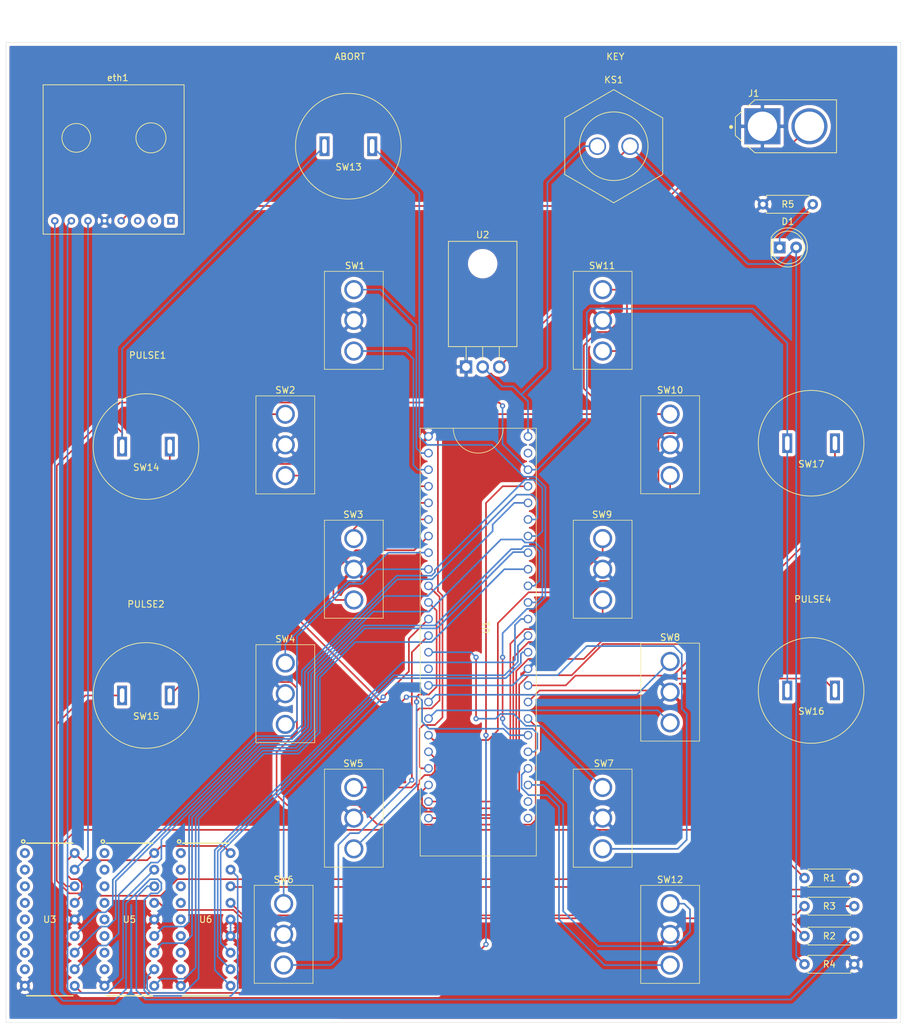
<source format=kicad_pcb>
(kicad_pcb (version 20171130) (host pcbnew "(5.1.10)-1")
  (title_block (date 2020-09-20) (rev Launchbox) (company v01) (comment 4 "Author: Ankit Khandelwal"))
  (layers (0 F.Cu signal) (31 B.Cu signal) (34 B.Paste user) (35 F.Paste user) (36 B.SilkS user) (37 F.SilkS user) (38 B.Mask user) (39 F.Mask user) (44 Edge.Cuts user))
  (net 0 "")
  (net 1 GND)
  (net 2 "Net-(SW1-Pad1)")
  (net 3 "Net-(SW1-Pad3)")
  (net 4 "Net-(SW2-Pad1)")
  (net 5 "Net-(SW2-Pad3)")
  (net 6 "Net-(SW3-Pad3)")
  (net 7 "Net-(SW3-Pad1)")
  (net 8 "Net-(SW4-Pad1)")
  (net 9 "Net-(SW4-Pad3)")
  (net 10 "Net-(SW6-Pad1)")
  (net 11 "Net-(SW6-Pad3)")
  (net 12 "Net-(SW7-Pad3)")
  (net 13 "Net-(SW7-Pad1)")
  (net 14 "Net-(SW8-Pad1)")
  (net 15 "Net-(SW8-Pad3)")
  (net 16 "Net-(SW9-Pad3)")
  (net 17 "Net-(SW9-Pad1)")
  (net 18 "Net-(SW10-Pad3)")
  (net 19 "Net-(SW10-Pad1)")
  (net 20 "Net-(SW11-Pad1)")
  (net 21 "Net-(SW11-Pad3)")
  (net 22 "Net-(SW12-Pad1)")
  (net 23 "Net-(SW12-Pad3)")
  (net 24 "Net-(SW14-Pad2)")
  (net 25 "Net-(SW15-Pad2)")
  (net 26 "Net-(SW16-Pad2)")
  (net 27 "Net-(SW17-Pad2)")
  (net 28 "Net-(U1-Pad13)")
  (net 29 "Net-(U1-Pad14)")
  (net 30 "Net-(U1-Pad15)")
  (net 31 "Net-(U1-Pad16)")
  (net 32 "Net-(U1-Pad17)")
  (net 33 "Net-(U1-Pad18)")
  (net 34 "Net-(U1-Pad19)")
  (net 35 "Net-(U1-Pad20)")
  (net 36 "Net-(U1-Pad21)")
  (net 37 "Net-(U1-Pad22)")
  (net 38 "Net-(U1-Pad23)")
  (net 39 "Net-(SW5-Pad1)")
  (net 40 "Net-(SW5-Pad3)")
  (net 41 "Net-(SW13-Pad2)")
  (net 42 VCC)
  (net 43 "Net-(R1-Pad2)")
  (net 44 "Net-(R1-Pad1)")
  (net 45 "Net-(R2-Pad2)")
  (net 46 "Net-(R2-Pad1)")
  (net 47 "Net-(R3-Pad2)")
  (net 48 "Net-(R3-Pad1)")
  (net 49 "Net-(D1-Pad1)")
  (net 50 3.3V)
  (net 51 "Net-(Ayo1-Pad8)")
  (net 52 "Net-(Ayo1-Pad7)")
  (net 53 "Net-(Ayo1-Pad6)")
  (net 54 "Net-(Ayo1-Pad4)")
  (net 55 "Net-(Ayo1-Pad3)")
  (net 56 "Net-(Ayo1-Pad2)")
  (net 57 "Net-(Ayo1-Pad1)")
  (net 58 "Net-(U1-Pad41)")
  (net 59 "Net-(U1-Pad34)")
  (net 60 "Net-(U1-Pad33)")
  (net 61 "Net-(U1-Pad47)")
  (net 62 "Net-(U3-Pad8)")
  (net 63 "Net-(U3-Pad7)")
  (net 64 "Net-(U3-Pad6)")
  (net 65 "Net-(U3-Pad5)")
  (net 66 "Net-(U3-Pad4)")
  (net 67 "Net-(U3-Pad3)")
  (net 68 "Net-(U3-Pad2)")
  (net 69 "Net-(U3-Pad1)")
  (net 70 "Net-(U5-Pad8)")
  (net 71 "Net-(U5-Pad7)")
  (net 72 "Net-(U5-Pad6)")
  (net 73 "Net-(U5-Pad5)")
  (net 74 "Net-(U5-Pad4)")
  (net 75 "Net-(U5-Pad3)")
  (net 76 "Net-(U5-Pad2)")
  (net 77 "Net-(U5-Pad1)")
  (net 78 "Net-(U6-Pad8)")
  (net 79 "Net-(U6-Pad7)")
  (net 80 "Net-(U6-Pad6)")
  (net 81 "Net-(U6-Pad5)")
  (net 82 "Net-(U6-Pad4)")
  (net 83 "Net-(U6-Pad3)")
  (net 84 "Net-(U6-Pad2)")
  (net 85 "Net-(U6-Pad1)")
  (net 86 "Net-(KS1-Pad1)")
  (module Launchbox:KeySwitchKO106 (layer F.Cu) (at 120.65 45.974)
    (fp_text reference KS1 (at 0 -10.16) (layer F.SilkS))
    (fp_text value KeySwitchKO106)
    (pad 2 thru_hole circle (at 2.5 0) (size 2.667 2.667) (drill 2.159) (layers *.Cu *.Mask) (net 54 "Net-(Ayo1-Pad4)"))
    (pad 1 thru_hole circle (at -2.5 0) (size 2.667 2.667) (drill 2.159) (layers *.Cu *.Mask) (net 86 "Net-(KS1-Pad1)"))
  )
  (module Launchbox:AMASS_XT60-M (layer F.Cu) (at 147.022 42.926)
    (fp_text reference J1 (at -4.92842 -5.03849) (layer F.SilkS) (effects (font (size 1.000693 1.000693))))
    (fp_text value XT60-MH)
    (pad 1 thru_hole rect (at -3.6 0) (size 5.516 5.516) (drill 4.5) (layers *.Cu *.Mask) (net 1 GND))
    (pad 2 thru_hole circle (at 3.6 0) (size 5.516 5.516) (drill 4.5) (layers *.Cu *.Mask) (net 42 VCC))
  )
  (module Package_TO_SOT_THT:TO-220F-3_Horizontal_TabDown (layer F.Cu) (at 98.044 79.756)
    (fp_text reference U2 (at 2.54 -20.22) (layer F.SilkS))
    (fp_text value LD1085V50-Regulator_Linear)
    (pad 3 thru_hole oval (at 5.08 0) (size 1.905 2) (drill 1.2) (layers *.Cu *.Mask) (net 42 VCC))
    (pad 2 thru_hole oval (at 2.54 0) (size 1.905 2) (drill 1.2) (layers *.Cu *.Mask) (net 86 "Net-(KS1-Pad1)"))
    (pad 1 thru_hole rect (at 0 0) (size 1.905 2) (drill 1.2) (layers *.Cu *.Mask) (net 1 GND))
    (pad "" np_thru_hole oval (at 2.54 -15.8) (size 3.5 3.5) (drill 3.5) (layers *.Cu *.Mask))
  )
  (module Launchbox:RJ45EthernetBreakout (layer F.Cu) (at 44.704 48.006)
    (fp_text reference eth1 (at 0 -12.5095) (layer F.SilkS))
    (fp_text value RJ45EthernetBreakout)
    (pad 8 thru_hole circle (at -9.64 9.39) (size 1.143 1.143) (drill 0.5715) (layers *.Cu *.Mask) (net 51 "Net-(Ayo1-Pad8)"))
    (pad 7 thru_hole circle (at -7.1 9.39) (size 1.143 1.143) (drill 0.5715) (layers *.Cu *.Mask) (net 52 "Net-(Ayo1-Pad7)"))
    (pad 6 thru_hole circle (at -4.56 9.39) (size 1.143 1.143) (drill 0.5715) (layers *.Cu *.Mask) (net 53 "Net-(Ayo1-Pad6)"))
    (pad 5 thru_hole circle (at -2.02 9.39) (size 1.143 1.143) (drill 0.5715) (layers *.Cu *.Mask) (net 1 GND))
    (pad 4 thru_hole circle (at 0.52 9.39) (size 1.143 1.143) (drill 0.5715) (layers *.Cu *.Mask) (net 54 "Net-(Ayo1-Pad4)"))
    (pad 3 thru_hole circle (at 3.06 9.39) (size 1.143 1.143) (drill 0.5715) (layers *.Cu *.Mask) (net 55 "Net-(Ayo1-Pad3)"))
    (pad 2 thru_hole circle (at 5.6 9.39) (size 1.143 1.143) (drill 0.5715) (layers *.Cu *.Mask) (net 56 "Net-(Ayo1-Pad2)"))
    (pad 1 thru_hole rect (at 8.14 9.39) (size 1.143 1.143) (drill 0.5715) (layers *.Cu *.Mask) (net 57 "Net-(Ayo1-Pad1)"))
  )
  (module Launchbox:Pushbutton (layer F.Cu) (at 150.876 91.44)
    (fp_text reference SW17 (at 0.04064 3.19024) (layer F.SilkS))
    (fp_text value SW_Push)
    (pad 2 thru_hole rect (at 3.65 0 90) (size 3 1.524) (drill oval 2.2 0.7) (layers *.Cu *.Mask) (net 27 "Net-(SW17-Pad2)"))
    (pad 1 thru_hole rect (at -3.65 0 90) (size 3 1.524) (drill oval 2.2 0.7) (layers *.Cu *.Mask) (net 50 3.3V))
  )
  (module Launchbox:Pushbutton (layer F.Cu) (at 49.022 130.048)
    (fp_text reference SW15 (at 0.04064 3.19024) (layer F.SilkS))
    (fp_text value SW_Push)
    (pad 2 thru_hole rect (at 3.65 0 90) (size 3 1.524) (drill oval 2.2 0.7) (layers *.Cu *.Mask) (net 25 "Net-(SW15-Pad2)"))
    (pad 1 thru_hole rect (at -3.65 0 90) (size 3 1.524) (drill oval 2.2 0.7) (layers *.Cu *.Mask) (net 50 3.3V))
  )
  (module Launchbox:Pushbutton (layer F.Cu) (at 150.876 129.286)
    (fp_text reference SW16 (at 0.04064 3.19024) (layer F.SilkS))
    (fp_text value SW_Push)
    (pad 2 thru_hole rect (at 3.65 0 90) (size 3 1.524) (drill oval 2.2 0.7) (layers *.Cu *.Mask) (net 26 "Net-(SW16-Pad2)"))
    (pad 1 thru_hole rect (at -3.65 0 90) (size 3 1.524) (drill oval 2.2 0.7) (layers *.Cu *.Mask) (net 50 3.3V))
  )
  (module Launchbox:Pushbutton (layer F.Cu) (at 80.01 45.974)
    (fp_text reference SW13 (at 0.04064 3.19024) (layer F.SilkS))
    (fp_text value SW_Push)
    (pad 2 thru_hole rect (at 3.65 0 90) (size 3 1.524) (drill oval 2.2 0.7) (layers *.Cu *.Mask) (net 41 "Net-(SW13-Pad2)"))
    (pad 1 thru_hole rect (at -3.65 0 90) (size 3 1.524) (drill oval 2.2 0.7) (layers *.Cu *.Mask) (net 50 3.3V))
  )
  (module Launchbox:Pushbutton (layer F.Cu) (at 49.022 91.948)
    (fp_text reference SW14 (at 0.04064 3.19024) (layer F.SilkS))
    (fp_text value SW_Push)
    (pad 2 thru_hole rect (at 3.65 0 90) (size 3 1.524) (drill oval 2.2 0.7) (layers *.Cu *.Mask) (net 24 "Net-(SW14-Pad2)"))
    (pad 1 thru_hole rect (at -3.65 0 90) (size 3 1.524) (drill oval 2.2 0.7) (layers *.Cu *.Mask) (net 50 3.3V))
  )
  (module "Launchbox:Teensy 3.6" (layer F.Cu) (at 99.905 119.619 90)
    (fp_text reference U1 (at 0 1.187 90) (layer F.SilkS))
    (fp_text value Teensy3.6)
    (pad 40 thru_hole circle (at 29.21 7.62 90) (size 1.3208 1.3208) (drill 0.9398) (layers *.Cu *.Mask) (net 86 "Net-(KS1-Pad1)"))
    (pad 41 thru_hole circle (at 26.67 7.62 90) (size 1.3208 1.3208) (drill 0.9398) (layers *.Cu *.Mask) (net 58 "Net-(U1-Pad41)"))
    (pad 42 thru_hole circle (at 24.13 7.62 90) (size 1.3208 1.3208) (drill 0.9398) (layers *.Cu *.Mask) (net 50 3.3V))
    (pad 23 thru_hole circle (at 21.59 7.62 90) (size 1.3208 1.3208) (drill 0.9398) (layers *.Cu *.Mask) (net 38 "Net-(U1-Pad23)"))
    (pad 22 thru_hole circle (at 19.05 7.62 90) (size 1.3208 1.3208) (drill 0.9398) (layers *.Cu *.Mask) (net 37 "Net-(U1-Pad22)"))
    (pad 21 thru_hole circle (at 16.51 7.62 90) (size 1.3208 1.3208) (drill 0.9398) (layers *.Cu *.Mask) (net 36 "Net-(U1-Pad21)"))
    (pad 20 thru_hole circle (at 13.97 7.62 90) (size 1.3208 1.3208) (drill 0.9398) (layers *.Cu *.Mask) (net 35 "Net-(U1-Pad20)"))
    (pad 19 thru_hole circle (at 11.43 7.62 90) (size 1.3208 1.3208) (drill 0.9398) (layers *.Cu *.Mask) (net 34 "Net-(U1-Pad19)"))
    (pad 18 thru_hole circle (at 8.89 7.62 90) (size 1.3208 1.3208) (drill 0.9398) (layers *.Cu *.Mask) (net 33 "Net-(U1-Pad18)"))
    (pad 17 thru_hole circle (at 6.35 7.62 90) (size 1.3208 1.3208) (drill 0.9398) (layers *.Cu *.Mask) (net 32 "Net-(U1-Pad17)"))
    (pad 16 thru_hole circle (at 3.81 7.62 90) (size 1.3208 1.3208) (drill 0.9398) (layers *.Cu *.Mask) (net 31 "Net-(U1-Pad16)"))
    (pad 15 thru_hole circle (at 1.27 7.62 90) (size 1.3208 1.3208) (drill 0.9398) (layers *.Cu *.Mask) (net 30 "Net-(U1-Pad15)"))
    (pad 14 thru_hole circle (at -1.27 7.62 90) (size 1.3208 1.3208) (drill 0.9398) (layers *.Cu *.Mask) (net 29 "Net-(U1-Pad14)"))
    (pad 13 thru_hole circle (at -3.81 7.62 90) (size 1.3208 1.3208) (drill 0.9398) (layers *.Cu *.Mask) (net 28 "Net-(U1-Pad13)"))
    (pad 43 thru_hole circle (at -6.35 7.62 90) (size 1.3208 1.3208) (drill 0.9398) (layers *.Cu *.Mask) (net 1 GND))
    (pad 44 thru_hole circle (at -8.89 7.62 90) (size 1.3208 1.3208) (drill 0.9398) (layers *.Cu *.Mask) (net 27 "Net-(SW17-Pad2)"))
    (pad 45 thru_hole circle (at -11.43 7.62 90) (size 1.3208 1.3208) (drill 0.9398) (layers *.Cu *.Mask) (net 26 "Net-(SW16-Pad2)"))
    (pad 39 thru_hole circle (at -13.97 7.62 90) (size 1.3208 1.3208) (drill 0.9398) (layers *.Cu *.Mask) (net 25 "Net-(SW15-Pad2)"))
    (pad 38 thru_hole circle (at -16.51 7.62 90) (size 1.3208 1.3208) (drill 0.9398) (layers *.Cu *.Mask) (net 24 "Net-(SW14-Pad2)"))
    (pad 37 thru_hole circle (at -19.05 7.62 90) (size 1.3208 1.3208) (drill 0.9398) (layers *.Cu *.Mask) (net 41 "Net-(SW13-Pad2)"))
    (pad 36 thru_hole circle (at -21.59 7.62 90) (size 1.3208 1.3208) (drill 0.9398) (layers *.Cu *.Mask) (net 23 "Net-(SW12-Pad3)"))
    (pad 35 thru_hole circle (at -24.13 7.62 90) (size 1.3208 1.3208) (drill 0.9398) (layers *.Cu *.Mask) (net 22 "Net-(SW12-Pad1)"))
    (pad 34 thru_hole circle (at -26.67 7.62 90) (size 1.3208 1.3208) (drill 0.9398) (layers *.Cu *.Mask) (net 59 "Net-(U1-Pad34)"))
    (pad 33 thru_hole circle (at -29.21 7.62 90) (size 1.3208 1.3208) (drill 0.9398) (layers *.Cu *.Mask) (net 60 "Net-(U1-Pad33)"))
    (pad 46 thru_hole circle (at 29.21 -7.62 90) (size 1.3208 1.3208) (drill 0.9398) (layers *.Cu *.Mask) (net 1 GND))
    (pad 0 thru_hole circle (at 26.67 -7.62 90) (size 1.3208 1.3208) (drill 0.9398) (layers *.Cu *.Mask) (net 2 "Net-(SW1-Pad1)"))
    (pad 1 thru_hole circle (at 24.13 -7.62 90) (size 1.3208 1.3208) (drill 0.9398) (layers *.Cu *.Mask) (net 3 "Net-(SW1-Pad3)"))
    (pad 2 thru_hole circle (at 21.59 -7.62 90) (size 1.3208 1.3208) (drill 0.9398) (layers *.Cu *.Mask) (net 4 "Net-(SW2-Pad1)"))
    (pad 3 thru_hole circle (at 19.05 -7.62 90) (size 1.3208 1.3208) (drill 0.9398) (layers *.Cu *.Mask) (net 5 "Net-(SW2-Pad3)"))
    (pad 4 thru_hole circle (at 16.51 -7.62 90) (size 1.3208 1.3208) (drill 0.9398) (layers *.Cu *.Mask) (net 7 "Net-(SW3-Pad1)"))
    (pad 5 thru_hole circle (at 13.97 -7.62 90) (size 1.3208 1.3208) (drill 0.9398) (layers *.Cu *.Mask) (net 6 "Net-(SW3-Pad3)"))
    (pad 6 thru_hole circle (at 11.43 -7.62 90) (size 1.3208 1.3208) (drill 0.9398) (layers *.Cu *.Mask) (net 8 "Net-(SW4-Pad1)"))
    (pad 7 thru_hole circle (at 8.89 -7.62 90) (size 1.3208 1.3208) (drill 0.9398) (layers *.Cu *.Mask) (net 9 "Net-(SW4-Pad3)"))
    (pad 8 thru_hole circle (at 6.35 -7.62 90) (size 1.3208 1.3208) (drill 0.9398) (layers *.Cu *.Mask) (net 39 "Net-(SW5-Pad1)"))
    (pad 9 thru_hole circle (at 3.81 -7.62 90) (size 1.3208 1.3208) (drill 0.9398) (layers *.Cu *.Mask) (net 40 "Net-(SW5-Pad3)"))
    (pad 10 thru_hole circle (at 1.27 -7.62 90) (size 1.3208 1.3208) (drill 0.9398) (layers *.Cu *.Mask) (net 10 "Net-(SW6-Pad1)"))
    (pad 11 thru_hole circle (at -1.27 -7.62 90) (size 1.3208 1.3208) (drill 0.9398) (layers *.Cu *.Mask) (net 11 "Net-(SW6-Pad3)"))
    (pad 12 thru_hole circle (at -3.81 -7.62 90) (size 1.3208 1.3208) (drill 0.9398) (layers *.Cu *.Mask) (net 13 "Net-(SW7-Pad1)"))
    (pad 47 thru_hole circle (at -6.35 -7.62 90) (size 1.3208 1.3208) (drill 0.9398) (layers *.Cu *.Mask) (net 61 "Net-(U1-Pad47)"))
    (pad 24 thru_hole circle (at -8.89 -7.62 90) (size 1.3208 1.3208) (drill 0.9398) (layers *.Cu *.Mask) (net 12 "Net-(SW7-Pad3)"))
    (pad 25 thru_hole circle (at -11.43 -7.62 90) (size 1.3208 1.3208) (drill 0.9398) (layers *.Cu *.Mask) (net 14 "Net-(SW8-Pad1)"))
    (pad 26 thru_hole circle (at -13.97 -7.62 90) (size 1.3208 1.3208) (drill 0.9398) (layers *.Cu *.Mask) (net 15 "Net-(SW8-Pad3)"))
    (pad 27 thru_hole circle (at -16.51 -7.62 90) (size 1.3208 1.3208) (drill 0.9398) (layers *.Cu *.Mask) (net 17 "Net-(SW9-Pad1)"))
    (pad 28 thru_hole circle (at -19.05 -7.62 90) (size 1.3208 1.3208) (drill 0.9398) (layers *.Cu *.Mask) (net 16 "Net-(SW9-Pad3)"))
    (pad 29 thru_hole circle (at -21.59 -7.62 90) (size 1.3208 1.3208) (drill 0.9398) (layers *.Cu *.Mask) (net 19 "Net-(SW10-Pad1)"))
    (pad 30 thru_hole circle (at -24.13 -7.62 90) (size 1.3208 1.3208) (drill 0.9398) (layers *.Cu *.Mask) (net 18 "Net-(SW10-Pad3)"))
    (pad 31 thru_hole circle (at -26.67 -7.62 90) (size 1.3208 1.3208) (drill 0.9398) (layers *.Cu *.Mask) (net 20 "Net-(SW11-Pad1)"))
    (pad 32 thru_hole circle (at -29.21 -7.62 90) (size 1.3208 1.3208) (drill 0.9398) (layers *.Cu *.Mask) (net 21 "Net-(SW11-Pad3)"))
  )
  (module Launchbox:HT12E (layer F.Cu) (at 34.29 164.338 270)
    (fp_text reference U3 (at 0 0 180) (layer F.SilkS))
    (fp_text value HT12E)
    (pad 17 thru_hole circle (at -7.62 -3.81 270) (size 1.524 1.524) (drill 0.762) (layers *.Cu *.Mask) (net 53 "Net-(Ayo1-Pad6)"))
    (pad 12 thru_hole circle (at 5.08 -3.81 270) (size 1.524 1.524) (drill 0.762) (layers *.Cu *.Mask) (net 36 "Net-(U1-Pad21)"))
    (pad 11 thru_hole circle (at 7.62 -3.81 270) (size 1.524 1.524) (drill 0.762) (layers *.Cu *.Mask) (net 37 "Net-(U1-Pad22)"))
    (pad 18 thru_hole circle (at -10.16 -3.81 270) (size 1.524 1.524) (drill 0.762) (layers *.Cu *.Mask) (net 50 3.3V))
    (pad 16 thru_hole circle (at -5.08 -3.81 270) (size 1.524 1.524) (drill 0.762) (layers *.Cu *.Mask) (net 44 "Net-(R1-Pad1)"))
    (pad 13 thru_hole circle (at 2.54 -3.81 270) (size 1.524 1.524) (drill 0.762) (layers *.Cu *.Mask) (net 35 "Net-(U1-Pad20)"))
    (pad 14 thru_hole circle (at 0 -3.81 270) (size 1.524 1.524) (drill 0.762) (layers *.Cu *.Mask) (net 1 GND))
    (pad 15 thru_hole circle (at -2.54 -3.81 270) (size 1.524 1.524) (drill 0.762) (layers *.Cu *.Mask) (net 43 "Net-(R1-Pad2)"))
    (pad 10 thru_hole circle (at 10.16 -3.81 270) (size 1.524 1.524) (drill 0.762) (layers *.Cu *.Mask) (net 38 "Net-(U1-Pad23)"))
    (pad 9 thru_hole circle (at 10.16 3.81 270) (size 1.524 1.524) (drill 0.762) (layers *.Cu *.Mask) (net 1 GND))
    (pad 8 thru_hole circle (at 7.62 3.81 270) (size 1.524 1.524) (drill 0.762) (layers *.Cu *.Mask) (net 62 "Net-(U3-Pad8)"))
    (pad 7 thru_hole circle (at 5.08 3.81 270) (size 1.524 1.524) (drill 0.762) (layers *.Cu *.Mask) (net 63 "Net-(U3-Pad7)"))
    (pad 6 thru_hole circle (at 2.54 3.81 270) (size 1.524 1.524) (drill 0.762) (layers *.Cu *.Mask) (net 64 "Net-(U3-Pad6)"))
    (pad 5 thru_hole circle (at 0 3.81 270) (size 1.524 1.524) (drill 0.762) (layers *.Cu *.Mask) (net 65 "Net-(U3-Pad5)"))
    (pad 4 thru_hole circle (at -2.54 3.81 270) (size 1.524 1.524) (drill 0.762) (layers *.Cu *.Mask) (net 66 "Net-(U3-Pad4)"))
    (pad 3 thru_hole circle (at -5.08 3.81 270) (size 1.524 1.524) (drill 0.762) (layers *.Cu *.Mask) (net 67 "Net-(U3-Pad3)"))
    (pad 2 thru_hole circle (at -7.62 3.81 270) (size 1.524 1.524) (drill 0.762) (layers *.Cu *.Mask) (net 68 "Net-(U3-Pad2)"))
    (pad 1 thru_hole circle (at -10.16 3.81 270) (size 1.524 1.524) (drill 0.762) (layers *.Cu *.Mask) (net 69 "Net-(U3-Pad1)"))
  )
  (module Resistor_THT:R_Axial_DIN0207_L6.3mm_D2.5mm_P7.62mm_Horizontal (layer F.Cu) (at 143.51 54.864)
    (fp_text reference R5 (at 3.81 0) (layer F.SilkS))
    (fp_text value R_US)
    (pad 2 thru_hole oval (at 7.62 0) (size 1.6 1.6) (drill 0.8) (layers *.Cu *.Mask) (net 49 "Net-(D1-Pad1)"))
    (pad 1 thru_hole circle (at 0 0) (size 1.6 1.6) (drill 0.8) (layers *.Cu *.Mask) (net 1 GND))
  )
  (module LED_THT:LED_D5.0mm (layer F.Cu) (at 146.05 61.468)
    (fp_text reference D1 (at 1.27 -3.96) (layer F.SilkS))
    (fp_text value LED)
    (pad 2 thru_hole circle (at 2.54 0) (size 1.8 1.8) (drill 0.9) (layers *.Cu *.Mask) (net 54 "Net-(Ayo1-Pad4)"))
    (pad 1 thru_hole rect (at 0 0) (size 1.8 1.8) (drill 0.9) (layers *.Cu *.Mask) (net 49 "Net-(D1-Pad1)"))
  )
  (module Launchbox:SPDT_Slide_Switch (layer F.Cu) (at 129.286 129.54 270)
    (fp_text reference SW8 (at -8.382 0 180) (layer F.SilkS))
    (fp_text value SW_SPDT_MSM)
    (pad 3 thru_hole circle (at 4.699 0 270) (size 2.921 2.921) (drill 2.159) (layers *.Cu *.Mask) (net 15 "Net-(SW8-Pad3)"))
    (pad 2 thru_hole circle (at 0 0 270) (size 2.921 2.921) (drill 2.159) (layers *.Cu *.Mask) (net 1 GND))
    (pad 1 thru_hole circle (at -4.699 0 270) (size 2.921 2.921) (drill 2.159) (layers *.Cu *.Mask) (net 14 "Net-(SW8-Pad1)"))
  )
  (module Launchbox:HT12E (layer F.Cu) (at 58.166 164.338 270)
    (fp_text reference U6 (at 0 0 180) (layer F.SilkS))
    (fp_text value HT12E)
    (pad 17 thru_hole circle (at -7.62 -3.81 270) (size 1.524 1.524) (drill 0.762) (layers *.Cu *.Mask) (net 51 "Net-(Ayo1-Pad8)"))
    (pad 12 thru_hole circle (at 5.08 -3.81 270) (size 1.524 1.524) (drill 0.762) (layers *.Cu *.Mask) (net 28 "Net-(U1-Pad13)"))
    (pad 11 thru_hole circle (at 7.62 -3.81 270) (size 1.524 1.524) (drill 0.762) (layers *.Cu *.Mask) (net 29 "Net-(U1-Pad14)"))
    (pad 18 thru_hole circle (at -10.16 -3.81 270) (size 1.524 1.524) (drill 0.762) (layers *.Cu *.Mask) (net 50 3.3V))
    (pad 16 thru_hole circle (at -5.08 -3.81 270) (size 1.524 1.524) (drill 0.762) (layers *.Cu *.Mask) (net 48 "Net-(R3-Pad1)"))
    (pad 13 thru_hole circle (at 2.54 -3.81 270) (size 1.524 1.524) (drill 0.762) (layers *.Cu *.Mask) (net 1 GND))
    (pad 14 thru_hole circle (at 0 -3.81 270) (size 1.524 1.524) (drill 0.762) (layers *.Cu *.Mask) (net 1 GND))
    (pad 15 thru_hole circle (at -2.54 -3.81 270) (size 1.524 1.524) (drill 0.762) (layers *.Cu *.Mask) (net 47 "Net-(R3-Pad2)"))
    (pad 10 thru_hole circle (at 10.16 -3.81 270) (size 1.524 1.524) (drill 0.762) (layers *.Cu *.Mask) (net 30 "Net-(U1-Pad15)"))
    (pad 9 thru_hole circle (at 10.16 3.81 270) (size 1.524 1.524) (drill 0.762) (layers *.Cu *.Mask) (net 1 GND))
    (pad 8 thru_hole circle (at 7.62 3.81 270) (size 1.524 1.524) (drill 0.762) (layers *.Cu *.Mask) (net 78 "Net-(U6-Pad8)"))
    (pad 7 thru_hole circle (at 5.08 3.81 270) (size 1.524 1.524) (drill 0.762) (layers *.Cu *.Mask) (net 79 "Net-(U6-Pad7)"))
    (pad 6 thru_hole circle (at 2.54 3.81 270) (size 1.524 1.524) (drill 0.762) (layers *.Cu *.Mask) (net 80 "Net-(U6-Pad6)"))
    (pad 5 thru_hole circle (at 0 3.81 270) (size 1.524 1.524) (drill 0.762) (layers *.Cu *.Mask) (net 81 "Net-(U6-Pad5)"))
    (pad 4 thru_hole circle (at -2.54 3.81 270) (size 1.524 1.524) (drill 0.762) (layers *.Cu *.Mask) (net 82 "Net-(U6-Pad4)"))
    (pad 3 thru_hole circle (at -5.08 3.81 270) (size 1.524 1.524) (drill 0.762) (layers *.Cu *.Mask) (net 83 "Net-(U6-Pad3)"))
    (pad 2 thru_hole circle (at -7.62 3.81 270) (size 1.524 1.524) (drill 0.762) (layers *.Cu *.Mask) (net 84 "Net-(U6-Pad2)"))
    (pad 1 thru_hole circle (at -10.16 3.81 270) (size 1.524 1.524) (drill 0.762) (layers *.Cu *.Mask) (net 85 "Net-(U6-Pad1)"))
  )
  (module Launchbox:SPDT_Slide_Switch (layer F.Cu) (at 118.955 110.729 270)
    (fp_text reference SW9 (at -8.367 0.083 180) (layer F.SilkS))
    (fp_text value SW_SPDT_MSM)
    (pad 3 thru_hole circle (at 4.699 0 270) (size 2.921 2.921) (drill 2.159) (layers *.Cu *.Mask) (net 16 "Net-(SW9-Pad3)"))
    (pad 2 thru_hole circle (at 0 0 270) (size 2.921 2.921) (drill 2.159) (layers *.Cu *.Mask) (net 1 GND))
    (pad 1 thru_hole circle (at -4.699 0 270) (size 2.921 2.921) (drill 2.159) (layers *.Cu *.Mask) (net 17 "Net-(SW9-Pad1)"))
  )
  (module Launchbox:SPDT_Slide_Switch (layer F.Cu) (at 118.955 148.829 270)
    (fp_text reference SW7 (at -8.367 -0.171 180) (layer F.SilkS))
    (fp_text value SW_SPDT_MSM)
    (pad 3 thru_hole circle (at 4.699 0 270) (size 2.921 2.921) (drill 2.159) (layers *.Cu *.Mask) (net 12 "Net-(SW7-Pad3)"))
    (pad 2 thru_hole circle (at 0 0 270) (size 2.921 2.921) (drill 2.159) (layers *.Cu *.Mask) (net 1 GND))
    (pad 1 thru_hole circle (at -4.699 0 270) (size 2.921 2.921) (drill 2.159) (layers *.Cu *.Mask) (net 13 "Net-(SW7-Pad1)"))
  )
  (module Launchbox:SPDT_Slide_Switch (layer F.Cu) (at 80.855 110.729 270)
    (fp_text reference SW3 (at -8.367 0.083 180) (layer F.SilkS))
    (fp_text value SW_SPDT_MSM)
    (pad 3 thru_hole circle (at 4.699 0 270) (size 2.921 2.921) (drill 2.159) (layers *.Cu *.Mask) (net 6 "Net-(SW3-Pad3)"))
    (pad 2 thru_hole circle (at 0 0 270) (size 2.921 2.921) (drill 2.159) (layers *.Cu *.Mask) (net 1 GND))
    (pad 1 thru_hole circle (at -4.699 0 270) (size 2.921 2.921) (drill 2.159) (layers *.Cu *.Mask) (net 7 "Net-(SW3-Pad1)"))
  )
  (module Launchbox:SPDT_Slide_Switch (layer F.Cu) (at 80.855 148.829 270)
    (fp_text reference SW5 (at -8.367 0.083 180) (layer F.SilkS))
    (fp_text value SW_SPDT_MSM)
    (pad 3 thru_hole circle (at 4.699 0 270) (size 2.921 2.921) (drill 2.159) (layers *.Cu *.Mask) (net 40 "Net-(SW5-Pad3)"))
    (pad 2 thru_hole circle (at 0 0 270) (size 2.921 2.921) (drill 2.159) (layers *.Cu *.Mask) (net 1 GND))
    (pad 1 thru_hole circle (at -4.699 0 270) (size 2.921 2.921) (drill 2.159) (layers *.Cu *.Mask) (net 39 "Net-(SW5-Pad1)"))
  )
  (module Launchbox:SPDT_Slide_Switch (layer F.Cu) (at 70.358 91.694 270)
    (fp_text reference SW2 (at -8.382 0 180) (layer F.SilkS))
    (fp_text value SW_SPDT_MSM)
    (pad 3 thru_hole circle (at 4.699 0 270) (size 2.921 2.921) (drill 2.159) (layers *.Cu *.Mask) (net 5 "Net-(SW2-Pad3)"))
    (pad 2 thru_hole circle (at 0 0 270) (size 2.921 2.921) (drill 2.159) (layers *.Cu *.Mask) (net 1 GND))
    (pad 1 thru_hole circle (at -4.699 0 270) (size 2.921 2.921) (drill 2.159) (layers *.Cu *.Mask) (net 4 "Net-(SW2-Pad1)"))
  )
  (module Launchbox:SPDT_Slide_Switch (layer F.Cu) (at 129.286 91.679 270)
    (fp_text reference SW10 (at -8.367 0 180) (layer F.SilkS))
    (fp_text value SW_SPDT_MSM)
    (pad 3 thru_hole circle (at 4.699 0 270) (size 2.921 2.921) (drill 2.159) (layers *.Cu *.Mask) (net 18 "Net-(SW10-Pad3)"))
    (pad 2 thru_hole circle (at 0 0 270) (size 2.921 2.921) (drill 2.159) (layers *.Cu *.Mask) (net 1 GND))
    (pad 1 thru_hole circle (at -4.699 0 270) (size 2.921 2.921) (drill 2.159) (layers *.Cu *.Mask) (net 19 "Net-(SW10-Pad1)"))
  )
  (module Launchbox:SPDT_Slide_Switch (layer F.Cu) (at 70.358 129.779 270)
    (fp_text reference SW4 (at -8.367 0 180) (layer F.SilkS))
    (fp_text value SW_SPDT_MSM)
    (pad 3 thru_hole circle (at 4.699 0 270) (size 2.921 2.921) (drill 2.159) (layers *.Cu *.Mask) (net 9 "Net-(SW4-Pad3)"))
    (pad 2 thru_hole circle (at 0 0 270) (size 2.921 2.921) (drill 2.159) (layers *.Cu *.Mask) (net 1 GND))
    (pad 1 thru_hole circle (at -4.699 0 270) (size 2.921 2.921) (drill 2.159) (layers *.Cu *.Mask) (net 8 "Net-(SW4-Pad1)"))
  )
  (module Launchbox:SPDT_Slide_Switch (layer F.Cu) (at 129.286 166.624 270)
    (fp_text reference SW12 (at -8.382 0 180) (layer F.SilkS))
    (fp_text value SW_SPDT_MSM)
    (pad 3 thru_hole circle (at 4.699 0 270) (size 2.921 2.921) (drill 2.159) (layers *.Cu *.Mask) (net 23 "Net-(SW12-Pad3)"))
    (pad 2 thru_hole circle (at 0 0 270) (size 2.921 2.921) (drill 2.159) (layers *.Cu *.Mask) (net 1 GND))
    (pad 1 thru_hole circle (at -4.699 0 270) (size 2.921 2.921) (drill 2.159) (layers *.Cu *.Mask) (net 22 "Net-(SW12-Pad1)"))
  )
  (module Resistor_THT:R_Axial_DIN0207_L6.3mm_D2.5mm_P7.62mm_Horizontal (layer F.Cu) (at 157.48 166.878 180)
    (fp_text reference R2 (at 3.81 0) (layer F.SilkS))
    (fp_text value R_US)
    (pad 2 thru_hole oval (at 7.62 0 180) (size 1.6 1.6) (drill 0.8) (layers *.Cu *.Mask) (net 45 "Net-(R2-Pad2)"))
    (pad 1 thru_hole circle (at 0 0 180) (size 1.6 1.6) (drill 0.8) (layers *.Cu *.Mask) (net 46 "Net-(R2-Pad1)"))
  )
  (module Launchbox:SPDT_Slide_Switch (layer F.Cu) (at 80.855 72.629 270)
    (fp_text reference SW1 (at -8.367 -0.171 180) (layer F.SilkS))
    (fp_text value SW_SPDT_MSM)
    (pad 3 thru_hole circle (at 4.699 0 270) (size 2.921 2.921) (drill 2.159) (layers *.Cu *.Mask) (net 3 "Net-(SW1-Pad3)"))
    (pad 2 thru_hole circle (at 0 0 270) (size 2.921 2.921) (drill 2.159) (layers *.Cu *.Mask) (net 1 GND))
    (pad 1 thru_hole circle (at -4.699 0 270) (size 2.921 2.921) (drill 2.159) (layers *.Cu *.Mask) (net 2 "Net-(SW1-Pad1)"))
  )
  (module Resistor_THT:R_Axial_DIN0207_L6.3mm_D2.5mm_P7.62mm_Horizontal (layer F.Cu) (at 157.48 171.196 180)
    (fp_text reference R4 (at 3.81 0) (layer F.SilkS))
    (fp_text value R_US)
    (pad 2 thru_hole oval (at 7.62 0 180) (size 1.6 1.6) (drill 0.8) (layers *.Cu *.Mask) (net 54 "Net-(Ayo1-Pad4)"))
    (pad 1 thru_hole circle (at 0 0 180) (size 1.6 1.6) (drill 0.8) (layers *.Cu *.Mask) (net 1 GND))
  )
  (module Launchbox:HT12E (layer F.Cu) (at 46.482 164.338 270)
    (fp_text reference U5 (at 0 0 180) (layer F.SilkS))
    (fp_text value HT12E)
    (pad 17 thru_hole circle (at -7.62 -3.81 270) (size 1.524 1.524) (drill 0.762) (layers *.Cu *.Mask) (net 52 "Net-(Ayo1-Pad7)"))
    (pad 12 thru_hole circle (at 5.08 -3.81 270) (size 1.524 1.524) (drill 0.762) (layers *.Cu *.Mask) (net 32 "Net-(U1-Pad17)"))
    (pad 11 thru_hole circle (at 7.62 -3.81 270) (size 1.524 1.524) (drill 0.762) (layers *.Cu *.Mask) (net 33 "Net-(U1-Pad18)"))
    (pad 18 thru_hole circle (at -10.16 -3.81 270) (size 1.524 1.524) (drill 0.762) (layers *.Cu *.Mask) (net 50 3.3V))
    (pad 16 thru_hole circle (at -5.08 -3.81 270) (size 1.524 1.524) (drill 0.762) (layers *.Cu *.Mask) (net 46 "Net-(R2-Pad1)"))
    (pad 13 thru_hole circle (at 2.54 -3.81 270) (size 1.524 1.524) (drill 0.762) (layers *.Cu *.Mask) (net 31 "Net-(U1-Pad16)"))
    (pad 14 thru_hole circle (at 0 -3.81 270) (size 1.524 1.524) (drill 0.762) (layers *.Cu *.Mask) (net 1 GND))
    (pad 15 thru_hole circle (at -2.54 -3.81 270) (size 1.524 1.524) (drill 0.762) (layers *.Cu *.Mask) (net 45 "Net-(R2-Pad2)"))
    (pad 10 thru_hole circle (at 10.16 -3.81 270) (size 1.524 1.524) (drill 0.762) (layers *.Cu *.Mask) (net 34 "Net-(U1-Pad19)"))
    (pad 9 thru_hole circle (at 10.16 3.81 270) (size 1.524 1.524) (drill 0.762) (layers *.Cu *.Mask) (net 1 GND))
    (pad 8 thru_hole circle (at 7.62 3.81 270) (size 1.524 1.524) (drill 0.762) (layers *.Cu *.Mask) (net 70 "Net-(U5-Pad8)"))
    (pad 7 thru_hole circle (at 5.08 3.81 270) (size 1.524 1.524) (drill 0.762) (layers *.Cu *.Mask) (net 71 "Net-(U5-Pad7)"))
    (pad 6 thru_hole circle (at 2.54 3.81 270) (size 1.524 1.524) (drill 0.762) (layers *.Cu *.Mask) (net 72 "Net-(U5-Pad6)"))
    (pad 5 thru_hole circle (at 0 3.81 270) (size 1.524 1.524) (drill 0.762) (layers *.Cu *.Mask) (net 73 "Net-(U5-Pad5)"))
    (pad 4 thru_hole circle (at -2.54 3.81 270) (size 1.524 1.524) (drill 0.762) (layers *.Cu *.Mask) (net 74 "Net-(U5-Pad4)"))
    (pad 3 thru_hole circle (at -5.08 3.81 270) (size 1.524 1.524) (drill 0.762) (layers *.Cu *.Mask) (net 75 "Net-(U5-Pad3)"))
    (pad 2 thru_hole circle (at -7.62 3.81 270) (size 1.524 1.524) (drill 0.762) (layers *.Cu *.Mask) (net 76 "Net-(U5-Pad2)"))
    (pad 1 thru_hole circle (at -10.16 3.81 270) (size 1.524 1.524) (drill 0.762) (layers *.Cu *.Mask) (net 77 "Net-(U5-Pad1)"))
  )
  (module Launchbox:SPDT_Slide_Switch (layer F.Cu) (at 70.104 166.609 270)
    (fp_text reference SW6 (at -8.367 0 180) (layer F.SilkS))
    (fp_text value SW_SPDT_MSM)
    (pad 3 thru_hole circle (at 4.699 0 270) (size 2.921 2.921) (drill 2.159) (layers *.Cu *.Mask) (net 11 "Net-(SW6-Pad3)"))
    (pad 2 thru_hole circle (at 0 0 270) (size 2.921 2.921) (drill 2.159) (layers *.Cu *.Mask) (net 1 GND))
    (pad 1 thru_hole circle (at -4.699 0 270) (size 2.921 2.921) (drill 2.159) (layers *.Cu *.Mask) (net 10 "Net-(SW6-Pad1)"))
  )
  (module Resistor_THT:R_Axial_DIN0207_L6.3mm_D2.5mm_P7.62mm_Horizontal (layer F.Cu) (at 149.86 157.988)
    (fp_text reference R1 (at 3.81 0) (layer F.SilkS))
    (fp_text value R_US)
    (pad 2 thru_hole oval (at 7.62 0) (size 1.6 1.6) (drill 0.8) (layers *.Cu *.Mask) (net 43 "Net-(R1-Pad2)"))
    (pad 1 thru_hole circle (at 0 0) (size 1.6 1.6) (drill 0.8) (layers *.Cu *.Mask) (net 44 "Net-(R1-Pad1)"))
  )
  (module Launchbox:SPDT_Slide_Switch (layer F.Cu) (at 118.955 72.629 270)
    (fp_text reference SW11 (at -8.367 0.083 180) (layer F.SilkS))
    (fp_text value SW_SPDT_MSM)
    (pad 3 thru_hole circle (at 4.699 0 270) (size 2.921 2.921) (drill 2.159) (layers *.Cu *.Mask) (net 21 "Net-(SW11-Pad3)"))
    (pad 2 thru_hole circle (at 0 0 270) (size 2.921 2.921) (drill 2.159) (layers *.Cu *.Mask) (net 1 GND))
    (pad 1 thru_hole circle (at -4.699 0 270) (size 2.921 2.921) (drill 2.159) (layers *.Cu *.Mask) (net 20 "Net-(SW11-Pad1)"))
  )
  (module Resistor_THT:R_Axial_DIN0207_L6.3mm_D2.5mm_P7.62mm_Horizontal (layer F.Cu) (at 157.48 162.306 180)
    (fp_text reference R3 (at 3.81 0) (layer F.SilkS))
    (fp_text value R_US)
    (pad 2 thru_hole oval (at 7.62 0 180) (size 1.6 1.6) (drill 0.8) (layers *.Cu *.Mask) (net 47 "Net-(R3-Pad2)"))
    (pad 1 thru_hole circle (at 0 0 180) (size 1.6 1.6) (drill 0.8) (layers *.Cu *.Mask) (net 48 "Net-(R3-Pad1)"))
  )
  (gr_line (start 164.592 30.086) (end 164.592 180.086) (layer Edge.Cuts) (width 0.05))
  (gr_line (start 27.592 30.086) (end 164.592 30.086) (layer Edge.Cuts) (width 0.05))
  (gr_line (start 27.592 180.086) (end 27.592 30.086) (layer Edge.Cuts) (width 0.05))
  (gr_line (start 164.592 180.086) (end 27.592 180.086) (layer Edge.Cuts) (width 0.05))
  (gr_text KEY (at 120.904 32.258) (layer F.SilkS) (effects (font (size 1 1))))
  (gr_text PULSE1 (at 49.276 77.978) (layer F.SilkS) (effects (font (size 1 1))))
  (gr_text ABORT (at 80.264 32.258) (layer F.SilkS) (effects (font (size 1 1))))
  (gr_text PULSE2 (at 49.022 116.078) (layer F.SilkS) (effects (font (size 1 1))))
  (gr_text PULSE4 (at 151.13 115.316) (layer F.SilkS) (effects (font (size 1 1))))
  (segment (start 61.976 164.338) (end 61.976 166.878) (width 0.25) (layer B.Cu) (net 1))
  (segment (start 119.956 147.828) (end 118.955 148.829) (width 0.25) (layer B.Cu) (net 1))
  (segment (start 54.356 174.498) (end 61.976 166.878) (width 0.25) (layer F.Cu) (net 1))
  (segment (start 80.855 67.93) (end 84.948 67.93) (width 0.25) (layer B.Cu) (net 2))
  (segment (start 84.948 67.93) (end 90.424 73.406) (width 0.25) (layer B.Cu) (net 2))
  (segment (start 90.424 73.406) (end 90.424 92.202) (width 0.25) (layer B.Cu) (net 2))
  (segment (start 91.171 92.949) (end 92.285 92.949) (width 0.25) (layer B.Cu) (net 2))
  (segment (start 90.424 92.202) (end 91.171 92.949) (width 0.25) (layer B.Cu) (net 2))
  (segment (start 80.855 77.328) (end 88.758 77.328) (width 0.25) (layer B.Cu) (net 3))
  (segment (start 88.758 77.328) (end 89.97399 78.54399) (width 0.25) (layer B.Cu) (net 3))
  (segment (start 89.97399 78.54399) (end 89.97399 94.79999) (width 0.25) (layer B.Cu) (net 3))
  (segment (start 90.663 95.489) (end 92.285 95.489) (width 0.25) (layer B.Cu) (net 3))
  (segment (start 89.97399 94.79999) (end 90.663 95.489) (width 0.25) (layer B.Cu) (net 3))
  (segment (start 70.358 86.995) (end 68.199 86.995) (width 0.25) (layer F.Cu) (net 4))
  (segment (start 68.199 86.995) (end 67.564 87.63) (width 0.25) (layer F.Cu) (net 4))
  (segment (start 67.564 87.63) (end 67.564 92.964) (width 0.25) (layer F.Cu) (net 4))
  (segment (start 69.207499 94.607499) (end 87.495499 94.607499) (width 0.25) (layer F.Cu) (net 4))
  (segment (start 67.564 92.964) (end 69.207499 94.607499) (width 0.25) (layer F.Cu) (net 4))
  (segment (start 90.917 98.029) (end 92.285 98.029) (width 0.25) (layer F.Cu) (net 4))
  (segment (start 87.495499 94.607499) (end 90.917 98.029) (width 0.25) (layer F.Cu) (net 4))
  (segment (start 70.358 96.393) (end 85.979 96.393) (width 0.25) (layer F.Cu) (net 5))
  (segment (start 90.155 100.569) (end 92.285 100.569) (width 0.25) (layer F.Cu) (net 5))
  (segment (start 85.979 96.393) (end 90.155 100.569) (width 0.25) (layer F.Cu) (net 5))
  (segment (start 81.125957 107.815501) (end 77.724 111.217458) (width 0.25) (layer F.Cu) (net 6))
  (segment (start 77.724 115.062) (end 78.09 115.428) (width 0.25) (layer F.Cu) (net 6))
  (segment (start 78.09 115.428) (end 80.855 115.428) (width 0.25) (layer F.Cu) (net 6))
  (segment (start 77.724 111.217458) (end 77.724 115.062) (width 0.25) (layer F.Cu) (net 6))
  (segment (start 92.285 105.649) (end 90.118499 107.815501) (width 0.25) (layer F.Cu) (net 6))
  (segment (start 90.118499 107.815501) (end 81.125957 107.815501) (width 0.25) (layer F.Cu) (net 6))
  (segment (start 80.855 106.03) (end 80.855 104.565) (width 0.25) (layer F.Cu) (net 7))
  (segment (start 82.311 103.109) (end 92.285 103.109) (width 0.25) (layer F.Cu) (net 7))
  (segment (start 80.855 104.565) (end 82.311 103.109) (width 0.25) (layer F.Cu) (net 7))
  (segment (start 79.997959 112.514501) (end 81.795499 112.514501) (width 0.25) (layer B.Cu) (net 8))
  (segment (start 70.358 122.15446) (end 79.997959 112.514501) (width 0.25) (layer B.Cu) (net 8))
  (segment (start 70.358 125.08) (end 70.358 122.15446) (width 0.25) (layer B.Cu) (net 8))
  (segment (start 86.121 108.189) (end 92.285 108.189) (width 0.25) (layer B.Cu) (net 8))
  (segment (start 81.795499 112.514501) (end 86.121 108.189) (width 0.25) (layer B.Cu) (net 8))
  (segment (start 70.358 134.478) (end 71.516 134.478) (width 0.25) (layer B.Cu) (net 9))
  (segment (start 72.143501 133.850499) (end 72.143501 121.005369) (width 0.25) (layer B.Cu) (net 9))
  (segment (start 71.516 134.478) (end 72.143501 133.850499) (width 0.25) (layer B.Cu) (net 9))
  (segment (start 80.184359 112.964511) (end 82.107489 112.964511) (width 0.25) (layer B.Cu) (net 9))
  (segment (start 72.143501 121.005369) (end 80.184359 112.964511) (width 0.25) (layer B.Cu) (net 9))
  (segment (start 84.343 110.729) (end 92.285 110.729) (width 0.25) (layer B.Cu) (net 9))
  (segment (start 82.107489 112.964511) (end 84.343 110.729) (width 0.25) (layer B.Cu) (net 9))
  (via (at 85.344 130.302) (size 0.8) (drill 0.4) (layers F.Cu B.Cu) (net 10))
  (segment (start 70.104 145.542) (end 85.344 130.302) (width 0.25) (layer B.Cu) (net 10))
  (segment (start 70.104 161.91) (end 70.104 145.542) (width 0.25) (layer B.Cu) (net 10))
  (segment (start 85.344 130.302) (end 89.28599 126.36001) (width 0.25) (layer F.Cu) (net 10))
  (segment (start 89.28599 121.34801) (end 92.285 118.349) (width 0.25) (layer F.Cu) (net 10))
  (segment (start 89.28599 126.36001) (end 89.28599 121.34801) (width 0.25) (layer F.Cu) (net 10))
  (via (at 89.736 142.997347) (size 0.8) (drill 0.4) (layers F.Cu B.Cu) (net 11))
  (segment (start 89.736 123.438) (end 89.736 142.997347) (width 0.25) (layer F.Cu) (net 11))
  (segment (start 92.285 120.889) (end 89.736 123.438) (width 0.25) (layer F.Cu) (net 11))
  (segment (start 89.736 142.997347) (end 81.603347 151.13) (width 0.25) (layer B.Cu) (net 11))
  (segment (start 81.603347 151.13) (end 80.264 151.13) (width 0.25) (layer B.Cu) (net 11))
  (segment (start 80.264 151.13) (end 78.486 152.908) (width 0.25) (layer B.Cu) (net 11))
  (segment (start 78.486 152.908) (end 78.486 170.18) (width 0.25) (layer B.Cu) (net 11))
  (segment (start 77.358 171.308) (end 70.104 171.308) (width 0.25) (layer B.Cu) (net 11))
  (segment (start 78.486 170.18) (end 77.358 171.308) (width 0.25) (layer B.Cu) (net 11))
  (segment (start 130.444 153.528) (end 118.955 153.528) (width 0.25) (layer B.Cu) (net 12))
  (segment (start 131.826 132.842) (end 131.826 152.146) (width 0.25) (layer B.Cu) (net 12))
  (segment (start 131.071501 132.087501) (end 131.826 132.842) (width 0.25) (layer B.Cu) (net 12))
  (segment (start 131.071501 123.705501) (end 131.071501 132.087501) (width 0.25) (layer B.Cu) (net 12))
  (segment (start 129.855509 122.489509) (end 131.071501 123.705501) (width 0.25) (layer B.Cu) (net 12))
  (segment (start 131.826 152.146) (end 130.444 153.528) (width 0.25) (layer B.Cu) (net 12))
  (segment (start 116.524491 122.489509) (end 129.855509 122.489509) (width 0.25) (layer B.Cu) (net 12))
  (segment (start 106.725599 126.954401) (end 112.059599 126.954401) (width 0.25) (layer B.Cu) (net 12))
  (segment (start 112.059599 126.954401) (end 116.524491 122.489509) (width 0.25) (layer B.Cu) (net 12))
  (segment (start 105.171 128.509) (end 106.725599 126.954401) (width 0.25) (layer B.Cu) (net 12))
  (segment (start 92.285 128.509) (end 105.171 128.509) (width 0.25) (layer B.Cu) (net 12))
  (via (at 99.568 133.604) (size 0.8) (drill 0.4) (layers F.Cu B.Cu) (net 13))
  (via (at 99.568 124.206) (size 0.8) (drill 0.4) (layers F.Cu B.Cu) (net 13))
  (segment (start 99.568 133.604) (end 99.568 124.206) (width 0.25) (layer F.Cu) (net 13))
  (segment (start 98.791 123.429) (end 99.568 124.206) (width 0.25) (layer B.Cu) (net 13))
  (segment (start 92.285 123.429) (end 98.791 123.429) (width 0.25) (layer B.Cu) (net 13))
  (segment (start 99.568 133.604) (end 102.558998 133.604) (width 0.25) (layer B.Cu) (net 13))
  (segment (start 109.518589 134.693589) (end 118.955 144.13) (width 0.25) (layer B.Cu) (net 13))
  (segment (start 107.171195 134.693589) (end 109.518589 134.693589) (width 0.25) (layer B.Cu) (net 13))
  (segment (start 105.356605 132.878999) (end 107.171195 134.693589) (width 0.25) (layer B.Cu) (net 13))
  (segment (start 103.283999 132.878999) (end 105.356605 132.878999) (width 0.25) (layer B.Cu) (net 13))
  (segment (start 102.558998 133.604) (end 103.283999 132.878999) (width 0.25) (layer B.Cu) (net 13))
  (segment (start 93.38959 129.94441) (end 92.285 131.049) (width 0.25) (layer B.Cu) (net 14))
  (segment (start 124.18259 129.94441) (end 93.38959 129.94441) (width 0.25) (layer B.Cu) (net 14))
  (segment (start 129.286 124.841) (end 124.18259 129.94441) (width 0.25) (layer B.Cu) (net 14))
  (segment (start 129.286 134.239) (end 128.950599 134.574401) (width 0.25) (layer F.Cu) (net 15))
  (segment (start 92.285 133.589) (end 93.54 132.334) (width 0.25) (layer B.Cu) (net 15))
  (segment (start 127.381 132.334) (end 129.286 134.239) (width 0.25) (layer B.Cu) (net 15))
  (segment (start 93.54 132.334) (end 127.381 132.334) (width 0.25) (layer B.Cu) (net 15))
  (segment (start 118.955 121.58018) (end 118.955 115.428) (width 0.25) (layer F.Cu) (net 16))
  (segment (start 116.07518 124.46) (end 118.955 121.58018) (width 0.25) (layer F.Cu) (net 16))
  (segment (start 105.72199 126.313616) (end 107.575606 124.46) (width 0.25) (layer F.Cu) (net 16))
  (segment (start 107.575606 124.46) (end 116.07518 124.46) (width 0.25) (layer F.Cu) (net 16))
  (segment (start 105.72199 147.1336) (end 105.72199 126.313616) (width 0.25) (layer F.Cu) (net 16))
  (segment (start 93.233599 147.843599) (end 93.726 148.336) (width 0.25) (layer F.Cu) (net 16))
  (segment (start 104.51959 148.336) (end 105.72199 147.1336) (width 0.25) (layer F.Cu) (net 16))
  (segment (start 93.726 148.336) (end 104.51959 148.336) (width 0.25) (layer F.Cu) (net 16))
  (segment (start 90.678 147.574) (end 90.947599 147.843599) (width 0.25) (layer F.Cu) (net 16))
  (segment (start 90.678 143.764759) (end 90.678 147.574) (width 0.25) (layer F.Cu) (net 16))
  (segment (start 90.911011 143.022989) (end 90.91101 143.531749) (width 0.25) (layer F.Cu) (net 16))
  (segment (start 91.694 142.24) (end 90.911011 143.022989) (width 0.25) (layer F.Cu) (net 16))
  (segment (start 92.712394 142.24) (end 91.694 142.24) (width 0.25) (layer F.Cu) (net 16))
  (segment (start 93.270401 141.681993) (end 92.712394 142.24) (width 0.25) (layer F.Cu) (net 16))
  (segment (start 93.270401 139.654401) (end 93.270401 141.681993) (width 0.25) (layer F.Cu) (net 16))
  (segment (start 90.947599 147.843599) (end 92.186401 147.843599) (width 0.25) (layer F.Cu) (net 16))
  (segment (start 92.285 138.669) (end 93.270401 139.654401) (width 0.25) (layer F.Cu) (net 16))
  (segment (start 90.91101 143.531749) (end 90.678 143.764759) (width 0.25) (layer F.Cu) (net 16))
  (segment (start 92.186401 147.843599) (end 93.233599 147.843599) (width 0.25) (layer F.Cu) (net 16))
  (segment (start 91.812007 147.843599) (end 92.186401 147.843599) (width 0.25) (layer F.Cu) (net 16))
  (segment (start 118.955 108.121) (end 118.955 106.03) (width 0.25) (layer F.Cu) (net 17))
  (segment (start 107.621205 114.254401) (end 112.821599 114.254401) (width 0.25) (layer F.Cu) (net 17))
  (segment (start 102.906999 118.968607) (end 107.621205 114.254401) (width 0.25) (layer F.Cu) (net 17))
  (segment (start 102.906999 135.402003) (end 102.906999 118.968607) (width 0.25) (layer F.Cu) (net 17))
  (segment (start 101.440001 136.869001) (end 102.906999 135.402003) (width 0.25) (layer F.Cu) (net 17))
  (segment (start 93.025001 136.869001) (end 101.440001 136.869001) (width 0.25) (layer F.Cu) (net 17))
  (segment (start 92.285 136.129) (end 93.025001 136.869001) (width 0.25) (layer F.Cu) (net 17))
  (segment (start 112.821599 114.254401) (end 114.808 112.268) (width 0.25) (layer F.Cu) (net 17))
  (segment (start 114.808 112.268) (end 118.955 108.121) (width 0.25) (layer F.Cu) (net 17))
  (segment (start 92.285 143.749) (end 91.299599 144.734401) (width 0.25) (layer F.Cu) (net 18))
  (segment (start 91.299599 144.734401) (end 91.299599 146.761993) (width 0.25) (layer F.Cu) (net 18))
  (segment (start 116.586 115.154458) (end 118.710458 113.03) (width 0.25) (layer F.Cu) (net 18))
  (segment (start 91.299599 146.761993) (end 91.857606 147.32) (width 0.25) (layer F.Cu) (net 18))
  (segment (start 116.586 120.904) (end 116.586 115.154458) (width 0.25) (layer F.Cu) (net 18))
  (segment (start 91.857606 147.32) (end 104.648 147.32) (width 0.25) (layer F.Cu) (net 18))
  (segment (start 104.648 147.32) (end 105.27198 146.69602) (width 0.25) (layer F.Cu) (net 18))
  (segment (start 105.27198 146.69602) (end 105.27198 124.223626) (width 0.25) (layer F.Cu) (net 18))
  (segment (start 107.621205 121.874401) (end 115.615599 121.874401) (width 0.25) (layer F.Cu) (net 18))
  (segment (start 105.27198 124.223626) (end 107.621205 121.874401) (width 0.25) (layer F.Cu) (net 18))
  (segment (start 129.286 111.506) (end 129.286 96.378) (width 0.25) (layer F.Cu) (net 18))
  (segment (start 115.615599 121.874401) (end 116.586 120.904) (width 0.25) (layer F.Cu) (net 18))
  (segment (start 118.710458 113.03) (end 127.762 113.03) (width 0.25) (layer F.Cu) (net 18))
  (segment (start 127.762 113.03) (end 129.286 111.506) (width 0.25) (layer F.Cu) (net 18))
  (segment (start 129.286 86.98) (end 94.884 86.98) (width 0.25) (layer F.Cu) (net 19))
  (segment (start 94.884 86.98) (end 93.726 88.138) (width 0.25) (layer F.Cu) (net 19))
  (segment (start 94.43001 114.7776) (end 94.43001 133.40799) (width 0.25) (layer F.Cu) (net 19))
  (segment (start 93.726 114.07359) (end 94.43001 114.7776) (width 0.25) (layer F.Cu) (net 19))
  (segment (start 93.726 88.138) (end 93.726 114.07359) (width 0.25) (layer F.Cu) (net 19))
  (segment (start 93.263599 134.574401) (end 91.485599 134.574401) (width 0.25) (layer F.Cu) (net 19))
  (segment (start 94.43001 133.40799) (end 93.263599 134.574401) (width 0.25) (layer F.Cu) (net 19))
  (segment (start 91.485599 134.574401) (end 90.932 135.128) (width 0.25) (layer F.Cu) (net 19))
  (segment (start 90.932 135.128) (end 90.932 140.97) (width 0.25) (layer F.Cu) (net 19))
  (segment (start 91.171 141.209) (end 92.285 141.209) (width 0.25) (layer F.Cu) (net 19))
  (segment (start 90.932 140.97) (end 91.171 141.209) (width 0.25) (layer F.Cu) (net 19))
  (segment (start 122.286 67.93) (end 118.955 67.93) (width 0.25) (layer F.Cu) (net 20))
  (segment (start 119.812041 74.414501) (end 122.682 71.544542) (width 0.25) (layer F.Cu) (net 20))
  (segment (start 118.117499 74.414501) (end 119.812041 74.414501) (width 0.25) (layer F.Cu) (net 20))
  (segment (start 122.682 71.544542) (end 122.682 68.326) (width 0.25) (layer F.Cu) (net 20))
  (segment (start 116.078 76.454) (end 118.117499 74.414501) (width 0.25) (layer F.Cu) (net 20))
  (segment (start 116.078 83.058) (end 116.078 76.454) (width 0.25) (layer F.Cu) (net 20))
  (segment (start 117.602 84.582) (end 116.078 83.058) (width 0.25) (layer F.Cu) (net 20))
  (segment (start 130.81 84.582) (end 117.602 84.582) (width 0.25) (layer F.Cu) (net 20))
  (segment (start 132.08 85.852) (end 130.81 84.582) (width 0.25) (layer F.Cu) (net 20))
  (segment (start 132.08 88.646) (end 132.08 85.852) (width 0.25) (layer F.Cu) (net 20))
  (segment (start 130.832501 89.893499) (end 132.08 88.646) (width 0.25) (layer F.Cu) (net 20))
  (segment (start 118.582048 112.522) (end 125.222 112.522) (width 0.25) (layer F.Cu) (net 20))
  (segment (start 104.409 146.289) (end 104.82197 145.87603) (width 0.25) (layer F.Cu) (net 20))
  (segment (start 116.135991 114.968057) (end 118.582048 112.522) (width 0.25) (layer F.Cu) (net 20))
  (segment (start 104.82197 145.87603) (end 104.82197 122.133636) (width 0.25) (layer F.Cu) (net 20))
  (segment (start 104.82197 122.133636) (end 107.067606 119.888) (width 0.25) (layer F.Cu) (net 20))
  (segment (start 122.682 68.326) (end 122.286 67.93) (width 0.25) (layer F.Cu) (net 20))
  (segment (start 127.500499 90.821959) (end 128.428959 89.893499) (width 0.25) (layer F.Cu) (net 20))
  (segment (start 92.285 146.289) (end 104.409 146.289) (width 0.25) (layer F.Cu) (net 20))
  (segment (start 107.067606 119.888) (end 115.824 119.888) (width 0.25) (layer F.Cu) (net 20))
  (segment (start 115.824 119.888) (end 116.13599 119.57601) (width 0.25) (layer F.Cu) (net 20))
  (segment (start 116.13599 119.57601) (end 116.135991 114.968057) (width 0.25) (layer F.Cu) (net 20))
  (segment (start 125.222 112.522) (end 127.500499 110.243501) (width 0.25) (layer F.Cu) (net 20))
  (segment (start 127.500499 110.243501) (end 127.500499 90.821959) (width 0.25) (layer F.Cu) (net 20))
  (segment (start 128.428959 89.893499) (end 130.832501 89.893499) (width 0.25) (layer F.Cu) (net 20))
  (segment (start 92.285 148.829) (end 104.663 148.829) (width 0.25) (layer F.Cu) (net 21))
  (segment (start 104.663 148.829) (end 106.172 147.32) (width 0.25) (layer F.Cu) (net 21))
  (segment (start 114.217189 126.954401) (end 118.99759 122.174) (width 0.25) (layer F.Cu) (net 21))
  (segment (start 107.621205 126.954401) (end 114.217189 126.954401) (width 0.25) (layer F.Cu) (net 21))
  (segment (start 106.172 128.403606) (end 107.621205 126.954401) (width 0.25) (layer F.Cu) (net 21))
  (segment (start 106.172 147.32) (end 106.172 128.403606) (width 0.25) (layer F.Cu) (net 21))
  (segment (start 118.99759 122.174) (end 133.604 122.174) (width 0.25) (layer F.Cu) (net 21))
  (segment (start 133.604 122.174) (end 136.144 119.634) (width 0.25) (layer F.Cu) (net 21))
  (segment (start 136.144 119.634) (end 136.144 79.756) (width 0.25) (layer F.Cu) (net 21))
  (segment (start 133.716 77.328) (end 118.955 77.328) (width 0.25) (layer F.Cu) (net 21))
  (segment (start 136.144 79.756) (end 133.716 77.328) (width 0.25) (layer F.Cu) (net 21))
  (segment (start 109.84141 143.749) (end 107.525 143.749) (width 0.25) (layer B.Cu) (net 22))
  (segment (start 112.90441 146.812) (end 109.84141 143.749) (width 0.25) (layer B.Cu) (net 22))
  (segment (start 130.143041 168.409501) (end 132.334 166.218542) (width 0.25) (layer B.Cu) (net 22))
  (segment (start 118.243091 168.409501) (end 130.143041 168.409501) (width 0.25) (layer B.Cu) (net 22))
  (segment (start 112.90441 163.07082) (end 118.243091 168.409501) (width 0.25) (layer B.Cu) (net 22))
  (segment (start 112.90441 146.812) (end 112.90441 163.07082) (width 0.25) (layer B.Cu) (net 22))
  (segment (start 132.334 166.218542) (end 132.334 162.814) (width 0.25) (layer B.Cu) (net 22))
  (segment (start 131.445 161.925) (end 129.286 161.925) (width 0.25) (layer B.Cu) (net 22))
  (segment (start 132.334 162.814) (end 131.445 161.925) (width 0.25) (layer B.Cu) (net 22))
  (segment (start 106.539599 144.221993) (end 107.621205 145.303599) (width 0.25) (layer B.Cu) (net 23))
  (segment (start 106.539599 142.194401) (end 106.539599 144.221993) (width 0.25) (layer B.Cu) (net 23))
  (segment (start 107.525 141.209) (end 106.539599 142.194401) (width 0.25) (layer B.Cu) (net 23))
  (segment (start 112.268 147.097198) (end 110.474401 145.303599) (width 0.25) (layer B.Cu) (net 23))
  (segment (start 119.253 171.323) (end 112.268 164.338) (width 0.25) (layer B.Cu) (net 23))
  (segment (start 129.286 171.323) (end 119.253 171.323) (width 0.25) (layer B.Cu) (net 23))
  (segment (start 112.268 164.338) (end 112.268 147.097198) (width 0.25) (layer B.Cu) (net 23))
  (segment (start 107.621205 145.303599) (end 110.474401 145.303599) (width 0.25) (layer B.Cu) (net 23))
  (segment (start 104.75859 136.129) (end 107.525 136.129) (width 0.25) (layer B.Cu) (net 24))
  (segment (start 92.381205 135.143599) (end 103.773189 135.143599) (width 0.25) (layer B.Cu) (net 24))
  (segment (start 91.299599 134.061993) (end 92.381205 135.143599) (width 0.25) (layer B.Cu) (net 24))
  (segment (start 91.299599 130.812925) (end 91.299599 134.061993) (width 0.25) (layer B.Cu) (net 24))
  (segment (start 103.773189 135.143599) (end 104.75859 136.129) (width 0.25) (layer B.Cu) (net 24))
  (segment (start 90.706075 130.219401) (end 91.299599 130.812925) (width 0.25) (layer B.Cu) (net 24))
  (segment (start 88.982599 130.219401) (end 88.9 130.302) (width 0.25) (layer B.Cu) (net 24))
  (segment (start 90.706075 130.219401) (end 88.982599 130.219401) (width 0.25) (layer B.Cu) (net 24))
  (via (at 88.9 130.302) (size 0.8) (drill 0.4) (layers F.Cu B.Cu) (net 24))
  (segment (start 88.138 131.064) (end 88.9 130.302) (width 0.25) (layer F.Cu) (net 24))
  (segment (start 52.672 98.703002) (end 52.672 91.948) (width 0.25) (layer F.Cu) (net 24))
  (segment (start 85.032998 131.064) (end 52.672 98.703002) (width 0.25) (layer F.Cu) (net 24))
  (segment (start 88.138 131.064) (end 85.032998 131.064) (width 0.25) (layer F.Cu) (net 24))
  (segment (start 108.712 134.776) (end 107.525 133.589) (width 0.25) (layer F.Cu) (net 25))
  (segment (start 108.712 149.100394) (end 108.712 134.776) (width 0.25) (layer F.Cu) (net 25))
  (segment (start 107.997993 149.814401) (end 108.712 149.100394) (width 0.25) (layer F.Cu) (net 25))
  (segment (start 81.480542 146.812) (end 84.482943 149.814401) (width 0.25) (layer F.Cu) (net 25))
  (segment (start 70.612 146.812) (end 81.480542 146.812) (width 0.25) (layer F.Cu) (net 25))
  (segment (start 69.022509 145.222509) (end 70.612 146.812) (width 0.25) (layer F.Cu) (net 25))
  (segment (start 72.143501 135.628499) (end 69.022509 138.749491) (width 0.25) (layer F.Cu) (net 25))
  (segment (start 69.022509 138.749491) (end 69.022509 145.222509) (width 0.25) (layer F.Cu) (net 25))
  (segment (start 72.143501 128.921959) (end 72.143501 135.628499) (width 0.25) (layer F.Cu) (net 25))
  (segment (start 84.482943 149.814401) (end 107.997993 149.814401) (width 0.25) (layer F.Cu) (net 25))
  (segment (start 71.215041 127.993499) (end 72.143501 128.921959) (width 0.25) (layer F.Cu) (net 25))
  (segment (start 54.726501 127.993499) (end 71.215041 127.993499) (width 0.25) (layer F.Cu) (net 25))
  (segment (start 52.672 130.048) (end 54.726501 127.993499) (width 0.25) (layer F.Cu) (net 25))
  (segment (start 152.700999 127.460999) (end 154.526 129.286) (width 0.25) (layer F.Cu) (net 26))
  (segment (start 128.063001 127.460999) (end 152.700999 127.460999) (width 0.25) (layer F.Cu) (net 26))
  (segment (start 126.238 129.286) (end 128.063001 127.460999) (width 0.25) (layer F.Cu) (net 26))
  (segment (start 109.288 129.286) (end 126.238 129.286) (width 0.25) (layer F.Cu) (net 26))
  (segment (start 107.525 131.049) (end 109.288 129.286) (width 0.25) (layer F.Cu) (net 26))
  (segment (start 113.299 128.509) (end 107.525 128.509) (width 0.25) (layer F.Cu) (net 27))
  (segment (start 114.797011 127.010989) (end 113.299 128.509) (width 0.25) (layer F.Cu) (net 27))
  (segment (start 129.758553 127.010989) (end 114.797011 127.010989) (width 0.25) (layer F.Cu) (net 27))
  (segment (start 154.526 102.243542) (end 129.758553 127.010989) (width 0.25) (layer F.Cu) (net 27))
  (segment (start 154.526 91.44) (end 154.526 102.243542) (width 0.25) (layer F.Cu) (net 27))
  (segment (start 104.118 127.40441) (end 106.426 125.09641) (width 0.25) (layer B.Cu) (net 28))
  (segment (start 87.140827 127.404411) (end 104.118 127.40441) (width 0.25) (layer B.Cu) (net 28))
  (segment (start 106.426 125.09641) (end 106.426 123.698) (width 0.25) (layer B.Cu) (net 28))
  (segment (start 106.695 123.429) (end 107.525 123.429) (width 0.25) (layer B.Cu) (net 28))
  (segment (start 106.426 123.698) (end 106.695 123.429) (width 0.25) (layer B.Cu) (net 28))
  (segment (start 60.452 154.093238) (end 61.171619 153.373619) (width 0.25) (layer B.Cu) (net 28))
  (segment (start 60.452 167.894) (end 60.452 154.093238) (width 0.25) (layer B.Cu) (net 28))
  (segment (start 61.976 169.418) (end 60.452 167.894) (width 0.25) (layer B.Cu) (net 28))
  (segment (start 61.171619 153.373619) (end 87.140827 127.404411) (width 0.25) (layer B.Cu) (net 28))
  (segment (start 60.888999 153.656239) (end 61.171619 153.373619) (width 0.25) (layer B.Cu) (net 28))
  (segment (start 60.00199 169.98399) (end 60.706 170.688) (width 0.25) (layer B.Cu) (net 29))
  (segment (start 60.00199 153.906838) (end 60.00199 169.98399) (width 0.25) (layer B.Cu) (net 29))
  (segment (start 86.954427 126.954401) (end 60.00199 153.906838) (width 0.25) (layer B.Cu) (net 29))
  (segment (start 105.97599 124.91001) (end 103.931599 126.954401) (width 0.25) (layer B.Cu) (net 29))
  (segment (start 105.97599 122.43801) (end 105.97599 124.91001) (width 0.25) (layer B.Cu) (net 29))
  (segment (start 107.525 120.889) (end 105.97599 122.43801) (width 0.25) (layer B.Cu) (net 29))
  (segment (start 103.931599 126.954401) (end 86.954427 126.954401) (width 0.25) (layer B.Cu) (net 29))
  (segment (start 61.976 171.958) (end 60.706 170.688) (width 0.25) (layer B.Cu) (net 29))
  (segment (start 59.551981 153.720437) (end 59.551981 172.073981) (width 0.25) (layer B.Cu) (net 30))
  (segment (start 88.288819 124.983599) (end 59.551981 153.720437) (width 0.25) (layer B.Cu) (net 30))
  (segment (start 105.140401 124.983599) (end 88.288819 124.983599) (width 0.25) (layer B.Cu) (net 30))
  (segment (start 105.52598 124.59802) (end 105.140401 124.983599) (width 0.25) (layer B.Cu) (net 30))
  (segment (start 105.52598 119.26402) (end 105.52598 124.59802) (width 0.25) (layer B.Cu) (net 30))
  (segment (start 106.441 118.349) (end 105.52598 119.26402) (width 0.25) (layer B.Cu) (net 30))
  (segment (start 107.525 118.349) (end 106.441 118.349) (width 0.25) (layer B.Cu) (net 30))
  (segment (start 61.976 174.498) (end 60.198 172.72) (width 0.25) (layer B.Cu) (net 30))
  (segment (start 59.551981 172.073981) (end 60.198 172.72) (width 0.25) (layer B.Cu) (net 30))
  (segment (start 60.198 172.72) (end 59.988981 172.510981) (width 0.25) (layer B.Cu) (net 30))
  (segment (start 108.727 115.809) (end 107.525 115.809) (width 0.25) (layer B.Cu) (net 31))
  (segment (start 109.728 114.808) (end 108.727 115.809) (width 0.25) (layer B.Cu) (net 31))
  (segment (start 107.052007 106.634401) (end 108.666401 106.634401) (width 0.25) (layer B.Cu) (net 31))
  (segment (start 106.589606 106.172) (end 107.052007 106.634401) (width 0.25) (layer B.Cu) (net 31))
  (segment (start 103.378 106.172) (end 106.589606 106.172) (width 0.25) (layer B.Cu) (net 31))
  (segment (start 109.728 108.204) (end 109.728 108.458) (width 0.25) (layer B.Cu) (net 31))
  (segment (start 83.831729 117.213501) (end 92.336499 117.213501) (width 0.25) (layer B.Cu) (net 31))
  (segment (start 109.728 108.458) (end 109.728 114.808) (width 0.25) (layer B.Cu) (net 31))
  (segment (start 55.626 148.508058) (end 66.520529 137.613529) (width 0.25) (layer B.Cu) (net 31))
  (segment (start 51.744999 165.425001) (end 54.877761 165.425001) (width 0.25) (layer B.Cu) (net 31))
  (segment (start 54.877761 165.425001) (end 55.626 164.676762) (width 0.25) (layer B.Cu) (net 31))
  (segment (start 55.626 164.676762) (end 55.626 148.508058) (width 0.25) (layer B.Cu) (net 31))
  (segment (start 66.520529 137.613529) (end 71.774241 137.613529) (width 0.25) (layer B.Cu) (net 31))
  (segment (start 109.728 107.696) (end 109.728 108.458) (width 0.25) (layer B.Cu) (net 31))
  (segment (start 71.774241 137.613529) (end 74.306019 135.081753) (width 0.25) (layer B.Cu) (net 31))
  (segment (start 74.306019 135.081753) (end 74.306019 126.739211) (width 0.25) (layer B.Cu) (net 31))
  (segment (start 108.666401 106.634401) (end 109.728 107.696) (width 0.25) (layer B.Cu) (net 31))
  (segment (start 74.306019 126.739211) (end 83.831729 117.213501) (width 0.25) (layer B.Cu) (net 31))
  (segment (start 92.336499 117.213501) (end 103.378 106.172) (width 0.25) (layer B.Cu) (net 31))
  (segment (start 50.292 166.878) (end 51.744999 165.425001) (width 0.25) (layer B.Cu) (net 31))
  (segment (start 54.877761 167.965001) (end 56.07601 166.766752) (width 0.25) (layer B.Cu) (net 32))
  (segment (start 51.490999 167.965001) (end 54.877761 167.965001) (width 0.25) (layer B.Cu) (net 32))
  (segment (start 51.053999 168.402001) (end 51.490999 167.965001) (width 0.25) (layer B.Cu) (net 32))
  (segment (start 51.053999 168.656001) (end 51.053999 168.402001) (width 0.25) (layer B.Cu) (net 32))
  (segment (start 50.292 169.418) (end 51.053999 168.656001) (width 0.25) (layer B.Cu) (net 32))
  (segment (start 56.07601 166.766752) (end 56.07601 148.694458) (width 0.25) (layer B.Cu) (net 32))
  (segment (start 66.706929 138.063539) (end 71.994461 138.063539) (width 0.25) (layer B.Cu) (net 32))
  (segment (start 56.07601 148.694458) (end 66.706929 138.063539) (width 0.25) (layer B.Cu) (net 32))
  (segment (start 71.994461 138.063539) (end 74.756029 135.301971) (width 0.25) (layer B.Cu) (net 32))
  (segment (start 74.756029 135.301971) (end 74.756029 126.925611) (width 0.25) (layer B.Cu) (net 32))
  (segment (start 93.263599 119.334401) (end 104.944391 107.653609) (width 0.25) (layer B.Cu) (net 32))
  (segment (start 82.347239 119.334401) (end 93.263599 119.334401) (width 0.25) (layer B.Cu) (net 32))
  (segment (start 74.756029 126.925611) (end 82.347239 119.334401) (width 0.25) (layer B.Cu) (net 32))
  (segment (start 109.27799 108.00799) (end 109.27799 112.522) (width 0.25) (layer B.Cu) (net 32))
  (segment (start 108.458 107.188) (end 109.27799 108.00799) (width 0.25) (layer B.Cu) (net 32))
  (segment (start 106.934 107.188) (end 108.458 107.188) (width 0.25) (layer B.Cu) (net 32))
  (segment (start 106.468391 107.653609) (end 106.934 107.188) (width 0.25) (layer B.Cu) (net 32))
  (segment (start 104.944391 107.653609) (end 106.468391 107.653609) (width 0.25) (layer B.Cu) (net 32))
  (segment (start 109.27799 112.522) (end 109.22 112.522) (width 0.25) (layer B.Cu) (net 32))
  (segment (start 108.473 113.269) (end 107.525 113.269) (width 0.25) (layer B.Cu) (net 32))
  (segment (start 109.22 112.522) (end 108.473 113.269) (width 0.25) (layer B.Cu) (net 32))
  (segment (start 109.27799 108.00799) (end 109.27799 109.16201) (width 0.25) (layer B.Cu) (net 32))
  (segment (start 49.204999 173.045001) (end 49.204999 175.019761) (width 0.25) (layer B.Cu) (net 33))
  (segment (start 50.292 171.958) (end 49.204999 173.045001) (width 0.25) (layer B.Cu) (net 33))
  (segment (start 57.09201 173.370752) (end 57.09201 148.951278) (width 0.25) (layer B.Cu) (net 33))
  (segment (start 54.877761 175.585001) (end 57.09201 173.370752) (width 0.25) (layer B.Cu) (net 33))
  (segment (start 49.770239 175.585001) (end 54.877761 175.585001) (width 0.25) (layer B.Cu) (net 33))
  (segment (start 49.204999 175.019761) (end 49.770239 175.585001) (width 0.25) (layer B.Cu) (net 33))
  (segment (start 57.09201 148.951278) (end 67.079731 138.963557) (width 0.25) (layer B.Cu) (net 33))
  (segment (start 72.367263 138.963557) (end 75.656049 135.674771) (width 0.25) (layer B.Cu) (net 33))
  (segment (start 67.079731 138.963557) (end 72.367263 138.963557) (width 0.25) (layer B.Cu) (net 33))
  (segment (start 75.656049 135.674771) (end 75.656049 127.298411) (width 0.25) (layer B.Cu) (net 33))
  (segment (start 81.080059 121.874401) (end 92.755599 121.874401) (width 0.25) (layer B.Cu) (net 33))
  (segment (start 75.656049 127.298411) (end 81.080059 121.874401) (width 0.25) (layer B.Cu) (net 33))
  (segment (start 103.901 110.729) (end 107.525 110.729) (width 0.25) (layer B.Cu) (net 33))
  (segment (start 92.755599 121.874401) (end 103.901 110.729) (width 0.25) (layer B.Cu) (net 33))
  (segment (start 51.379001 173.410999) (end 54.935001 173.410999) (width 0.25) (layer B.Cu) (net 34))
  (segment (start 50.292 174.498) (end 51.379001 173.410999) (width 0.25) (layer B.Cu) (net 34))
  (segment (start 56.642 171.704) (end 56.642 148.764878) (width 0.25) (layer B.Cu) (net 34))
  (segment (start 54.935001 173.410999) (end 56.642 171.704) (width 0.25) (layer B.Cu) (net 34))
  (segment (start 56.642 148.764878) (end 66.893329 138.513549) (width 0.25) (layer B.Cu) (net 34))
  (segment (start 72.180862 138.513548) (end 75.206039 135.488371) (width 0.25) (layer B.Cu) (net 34))
  (segment (start 66.893329 138.513549) (end 72.180862 138.513548) (width 0.25) (layer B.Cu) (net 34))
  (segment (start 75.206039 135.488371) (end 75.206039 127.112011) (width 0.25) (layer B.Cu) (net 34))
  (segment (start 82.533639 119.784411) (end 93.575589 119.784411) (width 0.25) (layer B.Cu) (net 34))
  (segment (start 75.206039 127.112011) (end 82.533639 119.784411) (width 0.25) (layer B.Cu) (net 34))
  (segment (start 107.439619 108.103619) (end 107.525 108.189) (width 0.25) (layer B.Cu) (net 34))
  (segment (start 105.256381 108.103619) (end 107.439619 108.103619) (width 0.25) (layer B.Cu) (net 34))
  (segment (start 93.575589 119.784411) (end 105.256381 108.103619) (width 0.25) (layer B.Cu) (net 34))
  (segment (start 42.827763 163.250999) (end 43.942 162.136762) (width 0.25) (layer B.Cu) (net 35))
  (segment (start 41.727001 163.250999) (end 42.827763 163.250999) (width 0.25) (layer B.Cu) (net 35))
  (segment (start 38.1 166.878) (end 41.727001 163.250999) (width 0.25) (layer B.Cu) (net 35))
  (segment (start 65.929957 136.263501) (end 71.215041 136.263501) (width 0.25) (layer B.Cu) (net 35))
  (segment (start 43.942 158.251458) (end 65.929957 136.263501) (width 0.25) (layer B.Cu) (net 35))
  (segment (start 71.215041 136.263501) (end 72.898 134.580542) (width 0.25) (layer B.Cu) (net 35))
  (segment (start 43.942 162.136762) (end 43.942 158.251458) (width 0.25) (layer B.Cu) (net 35))
  (segment (start 72.898 134.580542) (end 72.898 126.238) (width 0.25) (layer B.Cu) (net 35))
  (segment (start 93.270401 110.825205) (end 107.067606 97.028) (width 0.25) (layer B.Cu) (net 35))
  (segment (start 93.270401 111.201993) (end 93.270401 110.825205) (width 0.25) (layer B.Cu) (net 35))
  (segment (start 92.757993 111.714401) (end 93.270401 111.201993) (width 0.25) (layer B.Cu) (net 35))
  (segment (start 87.421599 111.714401) (end 92.757993 111.714401) (width 0.25) (layer B.Cu) (net 35))
  (segment (start 72.898 126.238) (end 87.421599 111.714401) (width 0.25) (layer B.Cu) (net 35))
  (segment (start 107.067606 97.028) (end 108.458 97.028) (width 0.25) (layer B.Cu) (net 35))
  (segment (start 108.458 97.028) (end 109.728 98.298) (width 0.25) (layer B.Cu) (net 35))
  (segment (start 109.728 98.298) (end 109.728 104.902) (width 0.25) (layer B.Cu) (net 35))
  (segment (start 108.981 105.649) (end 107.525 105.649) (width 0.25) (layer B.Cu) (net 35))
  (segment (start 109.728 104.902) (end 108.981 105.649) (width 0.25) (layer B.Cu) (net 35))
  (segment (start 43.193761 165.425001) (end 44.39201 164.226752) (width 0.25) (layer B.Cu) (net 36))
  (segment (start 42.092999 165.425001) (end 43.193761 165.425001) (width 0.25) (layer B.Cu) (net 36))
  (segment (start 38.1 169.418) (end 42.092999 165.425001) (width 0.25) (layer B.Cu) (net 36))
  (segment (start 71.401442 136.71351) (end 73.406 134.708952) (width 0.25) (layer B.Cu) (net 36))
  (segment (start 66.147727 136.713511) (end 71.401442 136.71351) (width 0.25) (layer B.Cu) (net 36))
  (segment (start 44.39201 158.469228) (end 66.147727 136.713511) (width 0.25) (layer B.Cu) (net 36))
  (segment (start 44.39201 164.226752) (end 44.39201 158.469228) (width 0.25) (layer B.Cu) (net 36))
  (segment (start 73.406 133.604) (end 73.34801 133.54601) (width 0.25) (layer B.Cu) (net 36))
  (segment (start 73.406 134.708952) (end 73.406 133.604) (width 0.25) (layer B.Cu) (net 36))
  (segment (start 73.34801 133.54601) (end 73.34801 126.4244) (width 0.25) (layer B.Cu) (net 36))
  (segment (start 73.34801 126.4244) (end 87.50441 112.268) (width 0.25) (layer B.Cu) (net 36))
  (segment (start 92.840804 112.268) (end 105.794804 99.314) (width 0.25) (layer B.Cu) (net 36))
  (segment (start 87.50441 112.268) (end 92.840804 112.268) (width 0.25) (layer B.Cu) (net 36))
  (segment (start 108.204 99.314) (end 108.966 100.076) (width 0.25) (layer B.Cu) (net 36))
  (segment (start 105.794804 99.314) (end 108.204 99.314) (width 0.25) (layer B.Cu) (net 36))
  (segment (start 108.966 100.076) (end 108.966 102.87) (width 0.25) (layer B.Cu) (net 36))
  (segment (start 108.727 103.109) (end 107.525 103.109) (width 0.25) (layer B.Cu) (net 36))
  (segment (start 108.966 102.87) (end 108.727 103.109) (width 0.25) (layer B.Cu) (net 36))
  (segment (start 107.525 100.569) (end 105.425 100.569) (width 0.25) (layer B.Cu) (net 37))
  (segment (start 102.108 104.904394) (end 92.188795 114.823599) (width 0.25) (layer B.Cu) (net 37))
  (segment (start 92.188795 114.823599) (end 85.585221 114.823599) (width 0.25) (layer B.Cu) (net 37))
  (segment (start 102.108 103.886) (end 102.108 104.904394) (width 0.25) (layer B.Cu) (net 37))
  (segment (start 105.425 100.569) (end 102.108 103.886) (width 0.25) (layer B.Cu) (net 37))
  (segment (start 85.585221 114.823599) (end 73.79802 126.6108) (width 0.25) (layer B.Cu) (net 37))
  (segment (start 73.856009 134.895353) (end 71.587841 137.163519) (width 0.25) (layer B.Cu) (net 37))
  (segment (start 73.856009 126.668789) (end 73.856009 134.895353) (width 0.25) (layer B.Cu) (net 37))
  (segment (start 73.79802 126.6108) (end 73.856009 126.668789) (width 0.25) (layer B.Cu) (net 37))
  (segment (start 71.587841 137.163519) (end 66.334129 137.163519) (width 0.25) (layer B.Cu) (net 37))
  (segment (start 44.84202 166.48598) (end 42.997001 168.330999) (width 0.25) (layer B.Cu) (net 37))
  (segment (start 44.84202 160.559218) (end 44.84202 166.48598) (width 0.25) (layer B.Cu) (net 37))
  (segment (start 42.997001 168.330999) (end 41.727001 168.330999) (width 0.25) (layer B.Cu) (net 37))
  (segment (start 49.770239 155.630999) (end 44.84202 160.559218) (width 0.25) (layer B.Cu) (net 37))
  (segment (start 50.813761 155.630999) (end 49.770239 155.630999) (width 0.25) (layer B.Cu) (net 37))
  (segment (start 51.379001 155.065759) (end 50.813761 155.630999) (width 0.25) (layer B.Cu) (net 37))
  (segment (start 51.379001 152.118647) (end 51.379001 155.065759) (width 0.25) (layer B.Cu) (net 37))
  (segment (start 41.727001 168.330999) (end 38.1 171.958) (width 0.25) (layer B.Cu) (net 37))
  (segment (start 66.334129 137.163519) (end 51.379001 152.118647) (width 0.25) (layer B.Cu) (net 37))
  (via (at 101.092 168.148) (size 0.8) (drill 0.4) (layers F.Cu B.Cu) (net 38))
  (segment (start 39.187001 175.585001) (end 93.654999 175.585001) (width 0.25) (layer F.Cu) (net 38))
  (segment (start 93.654999 175.585001) (end 101.092 168.148) (width 0.25) (layer F.Cu) (net 38))
  (segment (start 38.1 174.498) (end 39.187001 175.585001) (width 0.25) (layer F.Cu) (net 38))
  (via (at 101.092 136.144) (size 0.8) (drill 0.4) (layers F.Cu B.Cu) (net 38))
  (segment (start 101.092 168.148) (end 101.092 136.144) (width 0.25) (layer B.Cu) (net 38))
  (segment (start 103.647 98.029) (end 107.525 98.029) (width 0.25) (layer F.Cu) (net 38))
  (segment (start 101.092 100.584) (end 103.647 98.029) (width 0.25) (layer F.Cu) (net 38))
  (segment (start 101.092 136.144) (end 101.092 100.584) (width 0.25) (layer F.Cu) (net 38))
  (segment (start 93.267 114.251) (end 92.285 113.269) (width 0.25) (layer F.Cu) (net 39))
  (segment (start 93.472 114.456) (end 93.267 114.251) (width 0.25) (layer F.Cu) (net 39))
  (segment (start 93.472 131.320394) (end 92.757993 132.034401) (width 0.25) (layer F.Cu) (net 39))
  (segment (start 93.472 131.318) (end 93.472 131.320394) (width 0.25) (layer F.Cu) (net 39))
  (segment (start 93.98 130.81) (end 93.472 131.318) (width 0.25) (layer F.Cu) (net 39))
  (segment (start 93.98 114.964) (end 93.98 130.81) (width 0.25) (layer F.Cu) (net 39))
  (segment (start 93.267 114.251) (end 93.98 114.964) (width 0.25) (layer F.Cu) (net 39))
  (segment (start 90.461001 132.459801) (end 90.886401 132.034401) (width 0.25) (layer F.Cu) (net 39))
  (segment (start 90.461001 143.345348) (end 90.461001 132.459801) (width 0.25) (layer F.Cu) (net 39))
  (segment (start 89.676349 144.13) (end 90.461001 143.345348) (width 0.25) (layer F.Cu) (net 39))
  (segment (start 80.855 144.13) (end 89.676349 144.13) (width 0.25) (layer F.Cu) (net 39))
  (segment (start 92.757993 132.034401) (end 90.886401 132.034401) (width 0.25) (layer F.Cu) (net 39))
  (segment (start 80.855 153.528) (end 90.461 143.922) (width 0.25) (layer B.Cu) (net 40))
  (segment (start 92.350393 129.902001) (end 93.52999 128.722404) (width 0.25) (layer F.Cu) (net 40))
  (segment (start 93.52999 117.05399) (end 92.285 115.809) (width 0.25) (layer F.Cu) (net 40))
  (segment (start 93.52999 128.722404) (end 93.52999 117.05399) (width 0.25) (layer F.Cu) (net 40))
  (via (at 90.461 131.047328) (size 0.8) (drill 0.4) (layers F.Cu B.Cu) (net 40))
  (segment (start 90.461 143.922) (end 90.461 131.047328) (width 0.25) (layer B.Cu) (net 40))
  (segment (start 90.461 131.047328) (end 90.461 130.265) (width 0.25) (layer F.Cu) (net 40))
  (segment (start 90.823999 129.902001) (end 91.040001 129.902001) (width 0.25) (layer F.Cu) (net 40))
  (segment (start 90.461 130.265) (end 90.823999 129.902001) (width 0.25) (layer F.Cu) (net 40))
  (segment (start 91.040001 129.902001) (end 92.350393 129.902001) (width 0.25) (layer F.Cu) (net 40))
  (segment (start 90.860999 129.902001) (end 91.040001 129.902001) (width 0.25) (layer F.Cu) (net 40))
  (segment (start 90.87401 90.456404) (end 92.111606 91.694) (width 0.25) (layer B.Cu) (net 41))
  (segment (start 103.632 120.52159) (end 103.632 124.206) (width 0.25) (layer B.Cu) (net 41))
  (segment (start 107.359189 116.794401) (end 103.632 120.52159) (width 0.25) (layer B.Cu) (net 41))
  (segment (start 108.378009 116.794401) (end 107.359189 116.794401) (width 0.25) (layer B.Cu) (net 41))
  (segment (start 110.178009 114.994401) (end 108.378009 116.794401) (width 0.25) (layer B.Cu) (net 41))
  (segment (start 110.178009 98.111599) (end 110.178009 114.994401) (width 0.25) (layer B.Cu) (net 41))
  (segment (start 108.644401 96.577991) (end 110.178009 98.111599) (width 0.25) (layer B.Cu) (net 41))
  (segment (start 106.881206 96.57799) (end 108.644401 96.577991) (width 0.25) (layer B.Cu) (net 41))
  (via (at 103.632 124.206) (size 0.8) (drill 0.4) (layers F.Cu B.Cu) (net 41))
  (segment (start 101.997216 91.694) (end 106.881206 96.57799) (width 0.25) (layer B.Cu) (net 41))
  (segment (start 92.111606 91.694) (end 101.997216 91.694) (width 0.25) (layer B.Cu) (net 41))
  (via (at 103.632 133.604) (size 0.8) (drill 0.4) (layers F.Cu B.Cu) (net 41))
  (segment (start 103.632 124.206) (end 103.632 133.604) (width 0.25) (layer F.Cu) (net 41))
  (segment (start 103.632 133.604) (end 103.632 134.366) (width 0.25) (layer B.Cu) (net 41))
  (segment (start 104.409599 135.143599) (end 108.219599 135.143599) (width 0.25) (layer B.Cu) (net 41))
  (segment (start 103.632 134.366) (end 104.409599 135.143599) (width 0.25) (layer B.Cu) (net 41))
  (segment (start 108.219599 135.143599) (end 108.966 135.89) (width 0.25) (layer B.Cu) (net 41))
  (segment (start 108.966 135.89) (end 108.966 138.176) (width 0.25) (layer B.Cu) (net 41))
  (segment (start 108.473 138.669) (end 107.525 138.669) (width 0.25) (layer B.Cu) (net 41))
  (segment (start 108.966 138.176) (end 108.473 138.669) (width 0.25) (layer B.Cu) (net 41))
  (segment (start 83.846401 46.170009) (end 83.66 46.170009) (width 0.25) (layer B.Cu) (net 41))
  (segment (start 90.87401 53.197618) (end 83.846401 46.170009) (width 0.25) (layer B.Cu) (net 41))
  (segment (start 90.87401 90.456404) (end 90.87401 53.197618) (width 0.25) (layer B.Cu) (net 41))
  (segment (start 103.124 79.756) (end 133.35 49.53) (width 0.25) (layer F.Cu) (net 42))
  (segment (start 144.018 49.53) (end 150.622 42.926) (width 0.25) (layer F.Cu) (net 42))
  (segment (start 133.35 49.53) (end 144.018 49.53) (width 0.25) (layer F.Cu) (net 42))
  (segment (start 38.1 161.798) (end 39.187001 160.710999) (width 0.25) (layer F.Cu) (net 43))
  (segment (start 39.187001 160.710999) (end 48.585001 160.710999) (width 0.25) (layer F.Cu) (net 43))
  (segment (start 48.585001 160.710999) (end 48.839001 160.710999) (width 0.25) (layer F.Cu) (net 43))
  (segment (start 145.034 159.766) (end 155.702 159.766) (width 0.25) (layer F.Cu) (net 43))
  (segment (start 143.438999 158.170999) (end 145.034 159.766) (width 0.25) (layer F.Cu) (net 43))
  (segment (start 53.834239 158.170999) (end 143.438999 158.170999) (width 0.25) (layer F.Cu) (net 43))
  (segment (start 155.702 159.766) (end 157.48 157.988) (width 0.25) (layer F.Cu) (net 43))
  (segment (start 51.294239 160.710999) (end 53.834239 158.170999) (width 0.25) (layer F.Cu) (net 43))
  (segment (start 48.585001 160.710999) (end 51.294239 160.710999) (width 0.25) (layer F.Cu) (net 43))
  (segment (start 142.494 150.622) (end 149.86 157.988) (width 0.25) (layer F.Cu) (net 44))
  (segment (start 38.354 150.622) (end 142.494 150.622) (width 0.25) (layer F.Cu) (net 44))
  (segment (start 35.814 153.162) (end 38.354 150.622) (width 0.25) (layer F.Cu) (net 44))
  (segment (start 35.814 158.242) (end 35.814 153.162) (width 0.25) (layer F.Cu) (net 44))
  (segment (start 36.83 159.258) (end 35.814 158.242) (width 0.25) (layer F.Cu) (net 44))
  (segment (start 38.1 159.258) (end 36.83 159.258) (width 0.25) (layer F.Cu) (net 44))
  (segment (start 147.142511 164.160511) (end 149.86 166.878) (width 0.25) (layer F.Cu) (net 45))
  (segment (start 63.702101 164.160511) (end 147.142511 164.160511) (width 0.25) (layer F.Cu) (net 45))
  (segment (start 62.426591 162.885001) (end 63.702101 164.160511) (width 0.25) (layer F.Cu) (net 45))
  (segment (start 52.141001 162.885001) (end 62.426591 162.885001) (width 0.25) (layer F.Cu) (net 45))
  (segment (start 51.054 161.798) (end 52.141001 162.885001) (width 0.25) (layer F.Cu) (net 45))
  (segment (start 50.292 161.798) (end 51.054 161.798) (width 0.25) (layer F.Cu) (net 45))
  (segment (start 49.21437 159.258) (end 50.292 159.258) (width 0.25) (layer B.Cu) (net 46))
  (segment (start 47.555991 160.916379) (end 49.21437 159.258) (width 0.25) (layer B.Cu) (net 46))
  (segment (start 47.55599 175.1924) (end 47.555991 160.916379) (width 0.25) (layer B.Cu) (net 46))
  (segment (start 48.830795 176.467205) (end 47.55599 175.1924) (width 0.25) (layer B.Cu) (net 46))
  (segment (start 48.835599 176.472009) (end 48.830795 176.467205) (width 0.25) (layer B.Cu) (net 46))
  (segment (start 147.763795 176.594205) (end 157.48 166.878) (width 0.25) (layer B.Cu) (net 46))
  (segment (start 48.957795 176.594205) (end 147.763795 176.594205) (width 0.25) (layer B.Cu) (net 46))
  (segment (start 48.830795 176.467205) (end 48.957795 176.594205) (width 0.25) (layer B.Cu) (net 46))
  (segment (start 148.59 163.576) (end 149.86 162.306) (width 0.25) (layer F.Cu) (net 47))
  (segment (start 137.414 163.576) (end 148.59 163.576) (width 0.25) (layer F.Cu) (net 47))
  (segment (start 133.655011 159.817011) (end 137.414 163.576) (width 0.25) (layer F.Cu) (net 47))
  (segment (start 125.693991 159.817011) (end 133.655011 159.817011) (width 0.25) (layer F.Cu) (net 47))
  (segment (start 63.888501 163.710501) (end 121.800501 163.710501) (width 0.25) (layer F.Cu) (net 47))
  (segment (start 121.800501 163.710501) (end 125.693991 159.817011) (width 0.25) (layer F.Cu) (net 47))
  (segment (start 61.976 161.798) (end 63.888501 163.710501) (width 0.25) (layer F.Cu) (net 47))
  (segment (start 150.622 160.782) (end 152.146 162.306) (width 0.25) (layer F.Cu) (net 48))
  (segment (start 136.144 160.782) (end 150.622 160.782) (width 0.25) (layer F.Cu) (net 48))
  (segment (start 134.729001 159.367001) (end 136.144 160.782) (width 0.25) (layer F.Cu) (net 48))
  (segment (start 62.085001 159.367001) (end 134.729001 159.367001) (width 0.25) (layer F.Cu) (net 48))
  (segment (start 152.146 162.306) (end 157.48 162.306) (width 0.25) (layer F.Cu) (net 48))
  (segment (start 61.976 159.258) (end 62.085001 159.367001) (width 0.25) (layer F.Cu) (net 48))
  (segment (start 146.05 59.944) (end 151.13 54.864) (width 0.25) (layer B.Cu) (net 49))
  (segment (start 146.05 61.468) (end 146.05 59.944) (width 0.25) (layer B.Cu) (net 49))
  (segment (start 60.888999 153.090999) (end 51.379001 153.090999) (width 0.25) (layer F.Cu) (net 50))
  (segment (start 51.379001 153.090999) (end 50.292 154.178) (width 0.25) (layer F.Cu) (net 50))
  (segment (start 61.976 154.178) (end 60.888999 153.090999) (width 0.25) (layer F.Cu) (net 50))
  (segment (start 49.204999 155.265001) (end 50.292 154.178) (width 0.25) (layer F.Cu) (net 50))
  (segment (start 39.187001 155.265001) (end 49.204999 155.265001) (width 0.25) (layer F.Cu) (net 50))
  (segment (start 38.1 154.178) (end 39.187001 155.265001) (width 0.25) (layer F.Cu) (net 50))
  (segment (start 37.280591 160.345001) (end 35.36399 158.4284) (width 0.25) (layer F.Cu) (net 50))
  (segment (start 38.916589 160.345001) (end 37.280591 160.345001) (width 0.25) (layer F.Cu) (net 50))
  (segment (start 39.187001 158.736239) (end 39.187001 160.074589) (width 0.25) (layer F.Cu) (net 50))
  (segment (start 38.621761 158.170999) (end 39.187001 158.736239) (width 0.25) (layer F.Cu) (net 50))
  (segment (start 37.012999 155.265001) (end 37.012999 157.605759) (width 0.25) (layer F.Cu) (net 50))
  (segment (start 39.187001 160.074589) (end 38.916589 160.345001) (width 0.25) (layer F.Cu) (net 50))
  (segment (start 37.578239 158.170999) (end 38.621761 158.170999) (width 0.25) (layer F.Cu) (net 50))
  (segment (start 37.012999 157.605759) (end 37.578239 158.170999) (width 0.25) (layer F.Cu) (net 50))
  (segment (start 38.1 154.178) (end 37.012999 155.265001) (width 0.25) (layer F.Cu) (net 50))
  (segment (start 45.040501 85.209499) (end 103.109499 85.209499) (width 0.25) (layer F.Cu) (net 50))
  (segment (start 103.109499 85.209499) (end 103.625 85.725) (width 0.25) (layer F.Cu) (net 50))
  (via (at 103.625 85.725) (size 0.8) (drill 0.4) (layers F.Cu B.Cu) (net 50))
  (segment (start 103.625 91.589) (end 107.525 95.489) (width 0.25) (layer B.Cu) (net 50))
  (segment (start 103.625 85.725) (end 103.625 91.589) (width 0.25) (layer B.Cu) (net 50))
  (segment (start 39.73998 130.048) (end 35.36399 134.42399) (width 0.25) (layer F.Cu) (net 50))
  (segment (start 35.36399 134.42399) (end 35.36399 94.88601) (width 0.25) (layer F.Cu) (net 50))
  (segment (start 35.36399 158.4284) (end 35.36399 134.42399) (width 0.25) (layer F.Cu) (net 50))
  (segment (start 147.226 91.186) (end 147.226 129.032) (width 0.25) (layer B.Cu) (net 50))
  (segment (start 108.981 95.489) (end 107.525 95.489) (width 0.25) (layer B.Cu) (net 50))
  (segment (start 116.52801 87.94199) (end 108.981 95.489) (width 0.25) (layer B.Cu) (net 50))
  (segment (start 116.52801 71.43199) (end 116.52801 87.94199) (width 0.25) (layer B.Cu) (net 50))
  (segment (start 117.116501 70.843499) (end 116.52801 71.43199) (width 0.25) (layer B.Cu) (net 50))
  (segment (start 141.963499 70.843499) (end 117.116501 70.843499) (width 0.25) (layer B.Cu) (net 50))
  (segment (start 147.226 76.106) (end 141.963499 70.843499) (width 0.25) (layer B.Cu) (net 50))
  (segment (start 147.226 91.186) (end 147.226 76.106) (width 0.25) (layer B.Cu) (net 50))
  (segment (start 39.73998 130.048) (end 45.372 130.048) (width 0.25) (layer F.Cu) (net 50))
  (segment (start 45.372 89.822) (end 42.9 87.35) (width 0.25) (layer F.Cu) (net 50))
  (segment (start 45.372 91.948) (end 45.372 89.822) (width 0.25) (layer F.Cu) (net 50))
  (segment (start 42.9 87.35) (end 45.040501 85.209499) (width 0.25) (layer F.Cu) (net 50))
  (segment (start 35.36399 94.88601) (end 42.9 87.35) (width 0.25) (layer F.Cu) (net 50))
  (segment (start 45.372 76.962) (end 76.36 45.974) (width 0.25) (layer B.Cu) (net 50))
  (segment (start 45.372 91.948) (end 45.372 76.962) (width 0.25) (layer B.Cu) (net 50))
  (segment (start 35.064 57.396) (end 35.064 175.526) (width 0.25) (layer B.Cu) (net 51))
  (segment (start 35.064 175.526) (end 36.322 176.784) (width 0.25) (layer B.Cu) (net 51))
  (segment (start 36.322 176.784) (end 44.196 176.784) (width 0.25) (layer B.Cu) (net 51))
  (segment (start 44.196 176.784) (end 45.974 175.006) (width 0.25) (layer B.Cu) (net 51))
  (segment (start 63.063001 157.805001) (end 61.976 156.718) (width 0.25) (layer B.Cu) (net 51))
  (segment (start 63.063001 175.019761) (end 63.063001 157.805001) (width 0.25) (layer B.Cu) (net 51))
  (segment (start 62.047751 176.035011) (end 63.063001 175.019761) (width 0.25) (layer B.Cu) (net 51))
  (segment (start 49.583839 176.035011) (end 62.047751 176.035011) (width 0.25) (layer B.Cu) (net 51))
  (segment (start 48.75499 175.206162) (end 49.583839 176.035011) (width 0.25) (layer B.Cu) (net 51))
  (segment (start 48.75499 161.36025) (end 48.75499 175.206162) (width 0.25) (layer B.Cu) (net 51))
  (segment (start 49.770239 160.345001) (end 48.75499 161.36025) (width 0.25) (layer B.Cu) (net 51))
  (segment (start 51.379001 159.779761) (end 50.813761 160.345001) (width 0.25) (layer B.Cu) (net 51))
  (segment (start 51.379001 158.736239) (end 51.379001 159.779761) (width 0.25) (layer B.Cu) (net 51))
  (segment (start 50.813761 158.170999) (end 51.379001 158.736239) (width 0.25) (layer B.Cu) (net 51))
  (segment (start 49.664961 158.170999) (end 50.813761 158.170999) (width 0.25) (layer B.Cu) (net 51))
  (segment (start 50.813761 160.345001) (end 49.770239 160.345001) (width 0.25) (layer B.Cu) (net 51))
  (segment (start 45.974 161.86196) (end 49.664961 158.170999) (width 0.25) (layer B.Cu) (net 51))
  (segment (start 45.974 175.006) (end 45.974 161.86196) (width 0.25) (layer B.Cu) (net 51))
  (segment (start 45.52399 161.48601) (end 50.292 156.718) (width 0.25) (layer B.Cu) (net 52))
  (segment (start 45.52399 173.254772) (end 45.52399 161.48601) (width 0.25) (layer B.Cu) (net 52))
  (segment (start 43.193761 175.585001) (end 45.52399 173.254772) (width 0.25) (layer B.Cu) (net 52))
  (segment (start 37.578239 175.585001) (end 43.193761 175.585001) (width 0.25) (layer B.Cu) (net 52))
  (segment (start 37.012999 175.019761) (end 37.578239 175.585001) (width 0.25) (layer B.Cu) (net 52))
  (segment (start 37.012999 57.987001) (end 37.012999 175.019761) (width 0.25) (layer B.Cu) (net 52))
  (segment (start 37.604 57.396) (end 37.012999 57.987001) (width 0.25) (layer B.Cu) (net 52))
  (segment (start 40.144 154.674) (end 38.1 156.718) (width 0.25) (layer B.Cu) (net 53))
  (segment (start 40.144 57.396) (end 40.144 154.674) (width 0.25) (layer B.Cu) (net 53))
  (segment (start 45.224 57.396) (end 47.498 55.122) (width 0.25) (layer F.Cu) (net 54))
  (segment (start 114.002 55.122) (end 123.15 45.974) (width 0.25) (layer F.Cu) (net 54))
  (segment (start 47.498 55.122) (end 114.002 55.122) (width 0.25) (layer F.Cu) (net 54))
  (segment (start 123.15 45.974) (end 141.184 64.008) (width 0.25) (layer B.Cu) (net 54))
  (segment (start 146.05 64.008) (end 148.59 61.468) (width 0.25) (layer B.Cu) (net 54))
  (segment (start 141.184 64.008) (end 146.05 64.008) (width 0.25) (layer B.Cu) (net 54))
  (segment (start 148.59 169.926) (end 149.86 171.196) (width 0.25) (layer B.Cu) (net 54))
  (segment (start 148.59 61.468) (end 148.59 169.926) (width 0.25) (layer B.Cu) (net 54))
  (segment (start 107.525 85.04741) (end 107.525 90.409) (width 0.25) (layer B.Cu) (net 86))
  (segment (start 106.488795 84.011205) (end 107.525 85.04741) (width 0.25) (layer B.Cu) (net 86))
  (segment (start 105.22159 82.744) (end 106.488795 84.011205) (width 0.25) (layer B.Cu) (net 86))
  (segment (start 110.49 51.562) (end 116.078 45.974) (width 0.25) (layer B.Cu) (net 86))
  (segment (start 110.49 80.01) (end 110.49 51.562) (width 0.25) (layer B.Cu) (net 86))
  (segment (start 106.488795 84.011205) (end 110.49 80.01) (width 0.25) (layer B.Cu) (net 86))
  (segment (start 103.572 82.744) (end 104.334 82.744) (width 0.25) (layer B.Cu) (net 86))
  (segment (start 100.584 79.756) (end 103.572 82.744) (width 0.25) (layer B.Cu) (net 86))
  (segment (start 104.334 82.744) (end 105.22159 82.744) (width 0.25) (layer B.Cu) (net 86))
  (segment (start 116.078 45.974) (end 118.15 45.974) (width 0.25) (layer B.Cu) (net 86))
  (zone (net 1) (net_name GND) (layer F.Cu) (connect_pads (clearance 0.508)) (min_thickness 0.254) (fill yes (arc_segments 32) (thermal_gap 0.508) (thermal_bridge_width 0.508))
    (polygon (pts (xy 163.83 180.34) (xy 27.94 179.07) (xy 27.94 30.48) (xy 163.83 30.48)))
  )
  (zone (net 1) (net_name GND) (layer B.Cu) (connect_pads (clearance 0.508)) (min_thickness 0.254) (fill yes (arc_segments 32) (thermal_gap 0.508) (thermal_bridge_width 0.508))
    (polygon (pts (xy 165.1 180.34) (xy 26.67 180.34) (xy 26.67 29.21) (xy 165.1 26.67)))
  )
)
</source>
